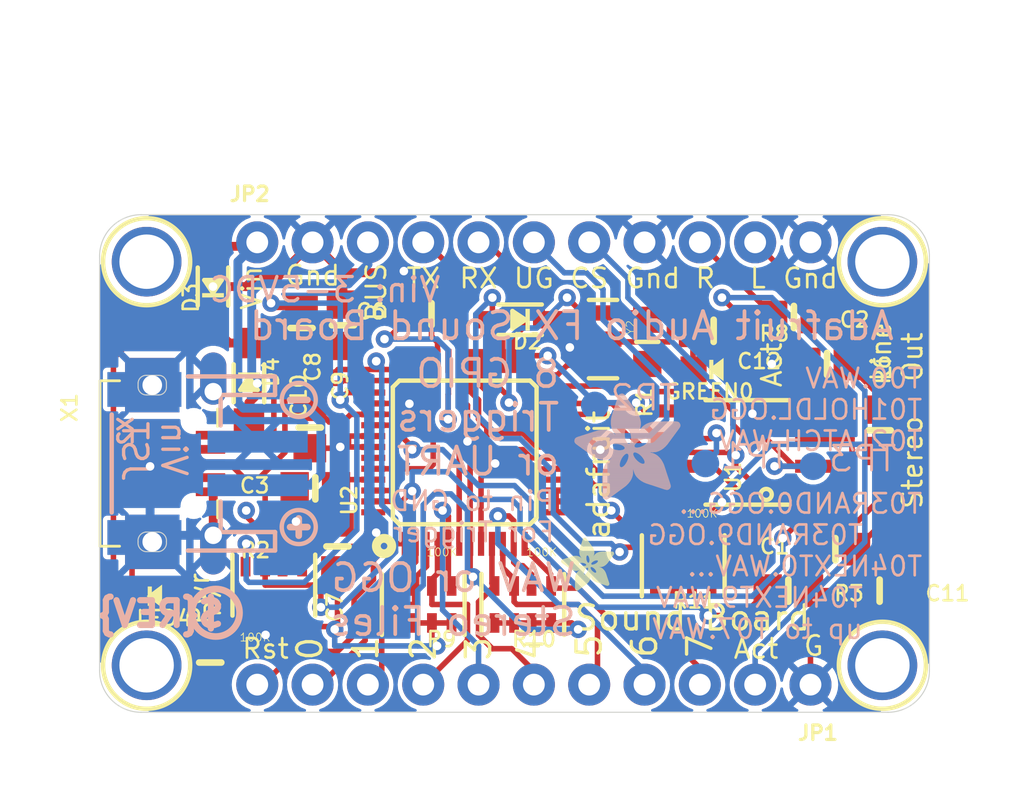
<source format=kicad_pcb>
(kicad_pcb (version 20221018) (generator pcbnew)
  (layers (0 "F.Cu" signal) (31 "B.Cu" signal) (34 "B.Paste" user) (35 "F.Paste" user) (36 "B.SilkS" user "B.Silkscreen") (37 "F.SilkS" user "F.Silkscreen") (38 "B.Mask" user) (39 "F.Mask" user) (44 "Edge.Cuts" user))
  (net 0 "")
  (net 1 "GND")
  (net 2 "D+")
  (net 3 "D-")
  (net 4 "SCK")
  (net 5 "CS")
  (net 6 "VHIGH")
  (net 7 "VIN")
  (net 8 "N$3")
  (net 9 "N$4")
  (net 10 "N$12")
  (net 11 "VDD")
  (net 12 "AVDD")
  (net 13 "LEFT")
  (net 14 "RIGHT")
  (net 15 "N$5")
  (net 16 "GPIO0_11")
  (net 17 "GPIO0_12")
  (net 18 "GPIO0_7")
  (net 19 "GPIO0_6")
  (net 20 "GPIO0_5")
  (net 21 "GPIO0_4")
  (net 22 "GPIO0_3")
  (net 23 "GPIO0_2")
  (net 24 "GPIO0_1")
  (net 25 "GPIO0_0")
  (net 26 "RX")
  (net 27 "TX")
  (net 28 "RX_5V")
  (net 29 "PWRBUTTON")
  (net 30 "RST")
  (net 31 "N$2")
  (net 32 "N$6")
  (net 33 "VBUS")
  (net 34 "L_AC")
  (net 35 "R_AC")
  (net 36 "N$1")
  (net 37 "N$8")
  (net 38 "MISO")
  (net 39 "MOSI")
  (footprint "working:_0805MP" (layer "F.Cu") (at 154.5971 99.4156 -90)
    (fp_text reference "R1")
    (fp_text value "1M")
  )
  (footprint "working:0805-NO" (layer "F.Cu") (at 134.5311 114.1476 90)
    (fp_text reference "R7")
    (fp_text value "470")
  )
  (footprint "working:SOD-123" (layer "F.Cu") (at 134.6581 96.8756 90)
    (fp_text reference "D3")
    (fp_text value "MBR120")
  )
  (footprint "working:SOIC8_208MIL" (layer "F.Cu") (at 159.1691 104.4956 90)
    (fp_text reference "U1")
    (fp_text value " MX25L1606")
  )
  (footprint "working:0805-NO" (layer "F.Cu") (at 165.2651 110.8456)
    (fp_text reference "C11")
    (fp_text value "4.7nF")
  )
  (footprint "working:0805-NO" (layer "F.Cu") (at 163.2331 108.9406 180)
    (fp_text reference "C1")
    (fp_text value "10uF")
  )
  (footprint "working:ADAFRUIT_2.5MM" (layer "F.Cu") (at 153.0731 110.8456 90)
    (fp_text reference "U$11" hide)
    (fp_text value "" hide)
  )
  (footprint "working:RESONATOR-SMD" (layer "F.Cu") (at 152.5651 99.2886 -90)
    (fp_text reference "Y2")
    (fp_text value "12MHz")
  )
  (footprint "working:1X11_ROUND_76" (layer "F.Cu") (at 149.3901 94.8436)
    (fp_text reference "JP2")
    (fp_text value "")
  )
  (footprint "working:0805-NO" (layer "F.Cu") (at 140.6271 98.6536 -90)
    (fp_text reference "C9")
    (fp_text value "10uF")
  )
  (footprint "working:MOUNTINGHOLE_2.5_PLATED" (layer "F.Cu") (at 131.6101 114.2746)
    (fp_text reference "U$6" hide)
    (fp_text value "MOUNTINGHOLE2.5" hide)
  )
  (footprint "working:LQFP48" (layer "F.Cu") (at 146.2151 104.4956 90)
    (fp_text reference "U2")
    (fp_text value "VS1000")
  )
  (footprint "working:0805-NO" (layer "F.Cu") (at 165.2651 103.4796 90)
    (fp_text reference "R6")
    (fp_text value "470")
  )
  (footprint "working:FIDUCIAL_1MM" (layer "F.Cu") (at 130.2131 98.5266)
    (fp_text reference "FID2" hide)
    (fp_text value "FIDUCIAL\"\"" hide)
  )
  (footprint "working:MOUNTINGHOLE_2.5_PLATED" (layer "F.Cu") (at 165.3921 95.7326)
    (fp_text reference "U$7" hide)
    (fp_text value "MOUNTINGHOLE2.5" hide)
  )
  (footprint "working:0805-NO" (layer "F.Cu") (at 161.3281 98.2726)
    (fp_text reference "C2")
    (fp_text value "10uF")
  )
  (footprint "working:RESPACK_4X0603" (layer "F.Cu") (at 144.3101 111.4806 180)
    (fp_text reference "R9")
    (fp_text value "100K")
  )
  (footprint "working:0805-NO" (layer "F.Cu") (at 139.1031 103.3526 90)
    (fp_text reference "C8")
    (fp_text value "10uF")
  )
  (footprint "working:MOUNTINGHOLE_2.5_PLATED" (layer "F.Cu") (at 131.6101 95.7326)
    (fp_text reference "U$5" hide)
    (fp_text value "MOUNTINGHOLE2.5" hide)
  )
  (footprint "working:0805-NO" (layer "F.Cu") (at 157.6451 98.9076)
    (fp_text reference "R8")
    (fp_text value "470")
  )
  (footprint "working:CHIPLED_0805_NOOUTLINE" (layer "F.Cu") (at 157.7721 100.6856 90)
    (fp_text reference "GREEN0")
    (fp_text value "RED")
  )
  (footprint "working:SOD-123" (layer "F.Cu") (at 136.3091 101.3206 -90)
    (fp_text reference "D4")
    (fp_text value "MBR120")
  )
  (footprint "working:SOD-323" (layer "F.Cu") (at 148.7551 98.3996 180)
    (fp_text reference "D2")
    (fp_text value "1N4148")
  )
  (footprint "working:0805-NO" (layer "F.Cu") (at 138.7221 98.7806 -90)
    (fp_text reference "C10")
    (fp_text value "1uF")
  )
  (footprint "working:0805-NO" (layer "F.Cu") (at 161.0741 110.8456)
    (fp_text reference "R3")
    (fp_text value "470")
  )
  (footprint "working:RESPACK_4X0603" (layer "F.Cu") (at 137.4521 110.5916)
    (fp_text reference "R2")
    (fp_text value "100K")
  )
  (footprint "working:RESPACK_4X0603" (layer "F.Cu") (at 148.8821 111.4806 180)
    (fp_text reference "R10")
    (fp_text value "100K")
  )
  (footprint "working:1X11_ROUND_76" (layer "F.Cu") (at 149.3901 115.1636 180)
    (fp_text reference "JP1")
    (fp_text value "")
  )
  (footprint "working:CHIPLED_0805_NOOUTLINE" (layer "F.Cu") (at 131.9911 111.0996 90)
    (fp_text reference "LED4")
    (fp_text value "Green")
  )
  (footprint "working:0805_10MGAP" (layer "F.Cu") (at 144.6911 98.1456 180)
    (fp_text reference "C6")
    (fp_text value "10uF")
  )
  (footprint "working:FIDUCIAL_1MM" (layer "F.Cu") (at 166.4081 108.6866)
    (fp_text reference "FID1" hide)
    (fp_text value "FIDUCIAL\"\"" hide)
  )
  (footprint "working:4UCONN_20329_V2" (layer "F.Cu") (at 133.7691 105.0036 -90)
    (fp_text reference "X1")
    (fp_text value "Micro B")
    (fp_line (start -4.05 2.15) (end -4.05 1.6) (stroke (width 0.05)) (layer "Edge.Cuts"))
    (fp_line (start -3.7 1.25) (end -3.5 1.25) (stroke (width 0.05)) (layer "Edge.Cuts"))
    (fp_line (start -3.5 2.55) (end -3.7 2.55) (stroke (width 0.05)) (layer "Edge.Cuts"))
    (fp_line (start -3.15 1.6) (end -3.15 2.15) (stroke (width 0.05)) (layer "Edge.Cuts"))
    (fp_line (start 3.15 2.2) (end 3.15 1.6) (stroke (width 0.05)) (layer "Edge.Cuts"))
    (fp_line (start 4.05 1.6) (end 4.05 2.2) (stroke (width 0.05)) (layer "Edge.Cuts"))
    (fp_arc (start -4.05 1.6) (mid -3.947487 1.352513) (end -3.7 1.25) (stroke (width 0.05)) (layer "Edge.Cuts"))
    (fp_arc (start -3.7 2.55) (mid -3.957843 2.422487) (end -4.05 2.15) (stroke (width 0.05)) (layer "Edge.Cuts"))
    (fp_arc (start -3.5 1.25) (mid -3.252513 1.352513) (end -3.15 1.6) (stroke (width 0.05)) (layer "Edge.Cuts"))
    (fp_arc (start -3.15 2.15) (mid -3.242157 2.422487) (end -3.5 2.55) (stroke (width 0.05)) (layer "Edge.Cuts"))
    (fp_arc (start 3.15 1.6) (mid 3.302513 1.331802) (end 3.6 1.25) (stroke (width 0.05)) (layer "Edge.Cuts"))
    (fp_arc (start 3.6 1.25) (mid 3.897487 1.331802) (end 4.05 1.6) (stroke (width 0.05)) (layer "Edge.Cuts"))
    (fp_arc (start 3.6 2.55) (mid 3.302513 2.468198) (end 3.15 2.2) (stroke (width 0.05)) (layer "Edge.Cuts"))
    (fp_arc (start 4.05 2.2) (mid 3.897487 2.468198) (end 3.6 2.55) (stroke (width 0.05)) (layer "Edge.Cuts"))
  )
  (footprint "working:RESPACK_4X0603" (layer "F.Cu") (at 156.2481 109.7026 180)
    (fp_text reference "R11")
    (fp_text value "100K")
  )
  (footprint "working:0805_10MGAP" (layer "F.Cu") (at 140.3731 108.8136 -90)
    (fp_text reference "C7")
    (fp_text value "10uF")
  )
  (footprint "working:MOUNTINGHOLE_2.5_PLATED" (layer "F.Cu") (at 165.3921 114.2746)
    (fp_text reference "U$8" hide)
    (fp_text value "MOUNTINGHOLE2.5" hide)
  )
  (footprint "working:0805-NO" (layer "F.Cu") (at 139.3571 106.1466 180)
    (fp_text reference "C3")
    (fp_text value "1uF")
  )
  (footprint "working:0805-NO" (layer "F.Cu") (at 162.8521 100.4316 180)
    (fp_text reference "C12")
    (fp_text value "4.7nF")
  )
  (footprint "working:B1,27" (layer "B.Cu") (at 157.2641 105.0036 180)
    (fp_text reference "TP1")
    (fp_text value "TPB1,27")
  )
  (footprint "working:B1,27" (layer "B.Cu") (at 152.1841 102.3366 180)
    (fp_text reference "TP2")
    (fp_text value "TPB1,27")
  )
  (footprint "working:JSTPH2" (layer "B.Cu") (at 133.0071 105.0036 -90)
    (fp_text reference "X2")
    (fp_text value "JST_PH_2")
  )
  (footprint "working:SYMBOL_PLUS" (layer "B.Cu") (at 138.5951 107.9246 180)
    (fp_text reference "U$12" hide)
    (fp_text value "" hide)
  )
  (footprint "working:ADAFRUIT_5MM" (layer "B.Cu") (at 156.1211 106.6546 180)
    (fp_text reference "U$14" hide)
    (fp_text value "" hide)
  )
  (footprint "working:PCBFEAT-REV-056" (layer "B.Cu") (at 134.7851 111.8616 180)
    (fp_text reference "U$15" hide)
    (fp_text value "" hide)
  )
  (footprint "working:SYMBOL_MINUS" (layer "B.Cu") (at 138.5951 102.0826 180)
    (fp_text reference "U$13" hide)
    (fp_text value "" hide)
  )
  (footprint "working:B1,27" (layer "B.Cu") (at 162.2171 105.1306 180)
    (fp_text reference "TP3")
    (fp_text value "TPB1,27")
  )
  (gr_arc (start 167.5511 114.5286) (mid 166.993138 115.875638) (end 165.6461 116.4336) (stroke (width 0.05)) (layer "Edge.Cuts"))
  (gr_arc (start 131.3561 116.4336) (mid 130.009062 115.875638) (end 129.4511 114.5286) (stroke (width 0.05)) (layer "Edge.Cuts"))
  (gr_line (start 165.6461 93.5736) (end 131.3561 93.5736) (stroke (width 0.05)) (layer "Edge.Cuts"))
  (gr_line (start 131.3561 116.4336) (end 165.6461 116.4336) (stroke (width 0.05)) (layer "Edge.Cuts"))
  (gr_arc (start 165.6461 93.5736) (mid 166.993138 94.131562) (end 167.5511 95.4786) (stroke (width 0.05)) (layer "Edge.Cuts"))
  (gr_line (start 167.5511 114.5286) (end 167.5511 95.4786) (stroke (width 0.05)) (layer "Edge.Cuts"))
  (gr_arc (start 129.4511 95.4786) (mid 130.009062 94.131562) (end 131.3561 93.5736) (stroke (width 0.05)) (layer "Edge.Cuts"))
  (gr_line (start 129.4511 95.4786) (end 129.4511 114.5286) (stroke (width 0.05)) (layer "Edge.Cuts"))
  (gr_text "Vin\nJST" (at 133.5151 102.9716 -90) (layer "B.SilkS") (effects (font (size 1.1176 1.1176) (thickness 0.1524)) (justify right top mirror)))
  (gr_text "Adafruit Audio FX Sound Board" (at 166.0271 99.4156) (layer "B.SilkS") (effects (font (size 1.251712 1.251712) (thickness 0.170688)) (justify left bottom mirror)))
  (gr_text "WAV or OGG\nStereo Files" (at 151.4221 113.0046) (layer "B.SilkS") (effects (font (size 1.251712 1.251712) (thickness 0.170688)) (justify left bottom mirror)))
  (gr_text "8 GPIO\nTriggers\nor UART" (at 150.6601 105.6386) (layer "B.SilkS") (effects (font (size 1.251712 1.251712) (thickness 0.170688)) (justify left bottom mirror)))
  (gr_text "T00.WAV\nT01HOLDL.OGG\nT02LATCH.WAV\n\nT03RAND0.OGG...\n    T03RAND9.OGG\nT04NEXT0.WAV...\n    T04NEXT9.WAV\n    up to T07.WAV" (at 167.2971 113.1316) (layer "B.SilkS") (effects (font (size 0.89408 0.89408) (thickness 0.12192)) (justify left bottom mirror)))
  (gr_text "Vin: 3-5VDC" (at 134.4041 96.3676) (layer "B.SilkS") (effects (font (size 1.1176 1.1176) (thickness 0.1524)) (justify right top mirror)))
  (gr_text "Pin to GND\nFor Trigger" (at 150.4061 108.6866) (layer "B.SilkS") (effects (font (size 0.89408 0.89408) (thickness 0.12192)) (justify left bottom mirror)))
  (gr_text "6" (at 154.4701 114.0206 90) (layer "F.SilkS") (effects (font (size 1.1176 1.1176) (thickness 0.1524)) (justify left)))
  (gr_text "Stereo" (at 167.2971 107.1626 90) (layer "F.SilkS") (effects (font (size 0.89408 0.89408) (thickness 0.12192)) (justify left bottom)))
  (gr_text "Gnd" (at 139.2301 96.3676) (layer "F.SilkS") (effects (font (size 0.89408 0.89408) (thickness 0.12192))))
  (gr_text "G" (at 161.7091 113.3856) (layer "F.SilkS") (effects (font (size 0.89408 0.89408) (thickness 0.12192)) (justify left)))
  (gr_text "RX" (at 146.8501 96.4946) (layer "F.SilkS") (effects (font (size 0.89408 0.89408) (thickness 0.12192))))
  (gr_text "BUS" (at 142.1511 97.1296 90) (layer "F.SilkS") (effects (font (size 0.89408 0.89408) (thickness 0.12192))))
  (gr_text "TX" (at 144.3101 96.4946) (layer "F.SilkS") (effects (font (size 0.89408 0.89408) (thickness 0.12192))))
  (gr_text "Sound Board" (at 151.1681 112.7506) (layer "F.SilkS") (effects (font (size 1.1176 1.1176) (thickness 0.1524)) (justify left bottom)))
  (gr_text "Act" (at 160.3121 101.5746 90) (layer "F.SilkS") (effects (font (size 0.89408 0.89408) (thickness 0.12192)) (justify left)))
  (gr_text "4" (at 149.2631 113.5126 90) (layer "F.SilkS") (effects (font (size 1.1176 1.1176) (thickness 0.1524))))
  (gr_text "adafruit" (at 152.9461 108.5596 90) (layer "F.SilkS") (effects (font (size 1.00584 1.00584) (thickness 0.13716)) (justify left bottom)))
  (gr_text "UG" (at 149.3901 96.4946) (layer "F.SilkS") (effects (font (size 0.89408 0.89408) (thickness 0.12192))))
  (gr_text "1" (at 141.0081 112.8776 90) (layer "F.SilkS") (effects (font (size 1.1176 1.1176) (thickness 0.1524)) (justify right top)))
  (gr_text "CS" (at 151.9301 96.4946) (layer "F.SilkS") (effects (font (size 0.89408 0.89408) (thickness 0.12192))))
  (gr_text "0" (at 139.1031 112.8776 90) (layer "F.SilkS") (effects (font (size 1.1176 1.1176) (thickness 0.1524)) (justify right)))
  (gr_text "7" (at 157.0101 114.0206 90) (layer "F.SilkS") (effects (font (size 1.1176 1.1176) (thickness 0.1524)) (justify left)))
  (gr_text "L" (at 159.6771 96.4946) (layer "F.SilkS") (effects (font (size 0.89408 0.89408) (thickness 0.12192))))
  (gr_text "3" (at 146.8501 113.5126 90) (layer "F.SilkS") (effects (font (size 1.1176 1.1176) (thickness 0.1524))))
  (gr_text "Gnd" (at 162.0901 96.4946) (layer "F.SilkS") (effects (font (size 0.89408 0.89408) (thickness 0.12192))))
  (gr_text "Vin" (at 136.4361 95.8596 90) (layer "F.SilkS") (effects (font (size 0.89408 0.89408) (thickness 0.12192)) (justify right)))
  (gr_text "Pwr" (at 134.0231 112.4966 90) (layer "F.SilkS") (effects (font (size 0.89408 0.89408) (thickness 0.12192)) (justify left)))
  (gr_text "Line\nOut" (at 167.2971 101.3206 90) (layer "F.SilkS") (effects (font (size 0.89408 0.89408) (thickness 0.12192)) (justify left bottom)))
  (gr_text "5" (at 151.9301 114.0206 90) (layer "F.SilkS") (effects (font (size 1.1176 1.1176) (thickness 0.1524)) (justify left)))
  (gr_text "Rst" (at 138.2141 113.5126) (layer "F.SilkS") (effects (font (size 0.89408 0.89408) (thickness 0.12192)) (justify right)))
  (gr_text "Act" (at 160.6931 113.5126) (layer "F.SilkS") (effects (font (size 0.89408 0.89408) (thickness 0.12192)) (justify right)))
  (gr_text "R" (at 157.2641 96.4946) (layer "F.SilkS") (effects (font (size 0.89408 0.89408) (thickness 0.12192))))
  (gr_text "2" (at 144.3101 113.5126 90) (layer "F.SilkS") (effects (font (size 1.1176 1.1176) (thickness 0.1524))))
  (gr_text "Gnd" (at 154.8511 96.4946) (layer "F.SilkS") (effects (font (size 0.89408 0.89408) (thickness 0.12192))))
  (segment (start 131.7691 105.136847) (end 131.7691 105.7536) (width 0.4064) (layer "F.Cu") (net 1))
  (segment (start 145.8341 97.5106) (end 145.7411 97.6036) (width 0.254) (layer "F.Cu") (net 1))
  (segment (start 140.8851 104.2456) (end 140.8811 104.2416) (width 0.254) (layer "F.Cu") (net 1))
  (segment (start 134.6691 106.4286) (end 134.6691 108.3036) (width 0.4064) (layer "F.Cu") (net 1))
  (segment (start 139.2301 94.8436) (end 137.5791 96.4946) (width 0.4064) (layer "F.Cu") (net 1))
  (segment (start 146.3421 103.9876) (end 145.9611 104.3686) (width 0.254) (layer "F.Cu") (net 1))
  (segment (start 137.5791 96.4946) (end 136.5631 96.4946) (width 0.4064) (layer "F.Cu") (net 1))
  (segment (start 159.5501 102.5906) (end 159.4231 102.7176) (width 0.4064) (layer "F.Cu") (net 1))
  (segment (start 142.0151 103.7456) (end 140.8811 103.7456) (width 0.254) (layer "F.Cu") (net 1))
  (segment (start 155.6131 99.4156) (end 155.6131 95.9866) (width 0.254) (layer "F.Cu") (net 1))
  (segment (start 130.9411 109.5316) (end 130.9411 111.0996) (width 0.254) (layer "F.Cu") (net 1))
  (segment (start 140.5001 104.2416) (end 140.4391 104.3026) (width 0.254) (layer "F.Cu") (net 1))
  (segment (start 151.1681 99.6696) (end 151.5491 99.2886) (width 0.254) (layer "F.Cu") (net 1))
  (segment (start 140.4391 104.3026) (end 139.1031 104.3026) (width 0.254) (layer "F.Cu") (net 1))
  (segment (start 140.8811 104.2416) (end 140.8811 103.7456) (width 0.254) (layer "F.Cu") (net 1))
  (segment (start 145.9611 108.6916) (end 145.9651 108.6956) (width 0.254) (layer "F.Cu") (net 1))
  (segment (start 142.0151 107.2456) (end 142.0151 108.0426) (width 0.254) (layer "F.Cu") (net 1))
  (segment (start 151.1681 99.6696) (end 151.0411 99.6696) (width 0.254) (layer "F.Cu") (net 1))
  (segment (start 163.3601 112.1156) (end 162.0901 113.3856) (width 0.254) (layer "F.Cu") (net 1))
  (segment (start 142.0151 104.2456) (end 140.8851 104.2456) (width 0.254) (layer "F.Cu") (net 1))
  (segment (start 140.2801 107.6706) (end 138.4681 107.6706) (width 0.4064) (layer "F.Cu") (net 1))
  (segment (start 166.2151 110.8456) (end 166.2151 111.1656) (width 0.254) (layer "F.Cu") (net 1))
  (segment (start 152.5651 99.2886) (end 151.5491 99.2886) (width 0.254) (layer "F.Cu") (net 1))
  (segment (start 134.5441 106.3036) (end 134.6691 106.4286) (width 0.4064) (layer "F.Cu") (net 1))
  (segment (start 142.0151 102.2456) (end 143.6603 102.2456) (width 0.254) (layer "F.Cu") (net 1))
  (segment (start 146.9651 105.6506) (end 147.6121 105.0036) (width 0.254) (layer "F.Cu") (net 1))
  (segment (start 145.9651 101.9516) (end 146.3421 102.3286) (width 0.254) (layer "F.Cu") (net 1))
  (segment (start 143.6603 102.2456) (end 143.6751 102.2604) (width 0.254) (layer "F.Cu") (net 1))
  (segment (start 162.4841 102.5906) (end 159.6771 102.5906) (width 0.4064) (layer "F.Cu") (net 1))
  (segment (start 146.9651 108.6956) (end 146.9651 105.6506) (width 0.254) (layer "F.Cu") (net 1))
  (segment (start 138.4681 106.2076) (end 138.4681 107.6706) (width 0.4064) (layer "F.Cu") (net 1))
  (segment (start 139.2301 94.8436) (end 140.6271 96.2406) (width 0.4064) (layer "F.Cu") (net 1))
  (segment (start 149.2591 104.7456) (end 148.8821 104.3686) (width 0.254) (layer "F.Cu") (net 1))
  (segment (start 162.0901 113.3856) (end 162.0901 115.1636) (width 0.254) (layer "F.Cu") (net 1))
  (segment (start 166.2151 111.1656) (end 165.2651 112.1156) (width 0.254) (layer "F.Cu") (net 1))
  (segment (start 150.4151 104.7456) (end 149.2591 104.7456) (width 0.254) (layer "F.Cu") (net 1))
  (segment (start 146.3421 102.3286) (end 146.3421 103.9876) (width 0.254) (layer "F.Cu") (net 1))
  (segment (start 138.4071 106.1466) (end 138.4681 106.2076) (width 0.4064) (layer "F.Cu") (net 1))
  (segment (start 145.7411 97.6036) (end 145.7411 98.1456) (width 0.254) (layer "F.Cu") (net 1))
  (segment (start 145.9651 100.2956) (end 145.9651 101.9516) (width 0.254) (layer "F.Cu") (net 1))
  (segment (start 142.0151 108.0426) (end 142.1511 108.1786) (width 0.254) (layer "F.Cu") (net 1))
  (segment (start 140.6271 96.2406) (end 140.6271 97.7036) (width 0.4064) (layer "F.Cu") (net 1))
  (segment (start 148.8821 104.3686) (end 148.2471 104.3686) (width 0.254) (layer "F.Cu") (net 1))
  (segment (start 140.6271 96.2406) (end 144.5641 96.2406) (width 0.4064) (layer "F.Cu") (net 1))
  (segment (start 145.9651 100.2956) (end 145.9651 98.2426) (width 0.254) (layer "F.Cu") (net 1))
  (segment (start 140.3731 107.7636) (end 140.2801 107.6706) (width 0.4064) (layer "F.Cu") (net 1))
  (segment (start 136.1521 111.4416) (end 136.1521 111.9586) (width 0.254) (layer "F.Cu") (net 1))
  (segment (start 131.7691 104.2536) (end 131.7691 105.136847) (width 0.4064) (layer "F.Cu") (net 1))
  (segment (start 165.2651 112.1156) (end 163.3601 112.1156) (width 0.254) (layer "F.Cu") (net 1))
  (segment (start 145.9611 104.3686) (end 145.9611 108.6916) (width 0.254) (layer "F.Cu") (net 1))
  (segment (start 140.5001 104.2416) (end 140.8811 104.2416) (width 0.254) (layer "F.Cu") (net 1))
  (segment (start 136.1821 96.8756) (end 134.6581 96.8756) (width 0.4064) (layer "F.Cu") (net 1))
  (segment (start 131.8691 108.6036) (end 130.9411 109.5316) (width 0.254) (layer "F.Cu") (net 1))
  (segment (start 155.6131 95.9866) (end 154.4701 94.8436) (width 0.254) (layer "F.Cu") (net 1))
  (segment (start 152.5651 99.2886) (end 152.6921 99.4156) (width 0.254) (layer "F.Cu") (net 1))
  (segment (start 144.5641 96.2406) (end 145.8341 97.5106) (width 0.4064) (layer "F.Cu") (net 1))
  (segment (start 159.6771 102.5906) (end 159.5501 102.5906) (width 0.254) (layer "F.Cu") (net 1))
  (segment (start 136.5631 96.4946) (end 136.1821 96.8756) (width 0.4064) (layer "F.Cu") (net 1))
  (segment (start 161.9021 100.4316) (end 160.3121 100.4316) (width 0.254) (layer "F.Cu") (net 1))
  (segment (start 148.2471 104.3686) (end 147.6121 105.0036) (width 0.254) (layer "F.Cu") (net 1))
  (segment (start 152.6921 99.4156) (end 155.6131 99.4156) (width 0.254) (layer "F.Cu") (net 1))
  (segment (start 136.1521 111.9586) (end 137.0711 112.8776) (width 0.254) (layer "F.Cu") (net 1))
  (via (at 159.4231 102.7176) (size 0.8001) (drill 0.3937) (layers "F.Cu" "B.Cu") (net 1))
  (via (at 138.4681 107.6706) (size 0.8001) (drill 0.3937) (layers "F.Cu" "B.Cu") (net 1))
  (via (at 146.3421 103.9876) (size 0.8001) (drill 0.3937) (layers "F.Cu" "B.Cu") (net 1))
  (via (at 151.0411 99.6696) (size 0.8001) (drill 0.3937) (layers "F.Cu" "B.Cu") (net 1))
  (via (at 137.0711 112.8776) (size 0.8001) (drill 0.3937) (layers "F.Cu" "B.Cu") (net 1))
  (via (at 131.7691 105.136847) (size 0.8001) (drill 0.3937) (layers "F.Cu" "B.Cu") (net 1))
  (via (at 140.5001 104.2416) (size 0.8001) (drill 0.3937) (layers "F.Cu" "B.Cu") (net 1))
  (via (at 142.1511 108.1786) (size 0.8001) (drill 0.3937) (layers "F.Cu" "B.Cu") (net 1))
  (via (at 143.6751 102.2604) (size 0.8001) (drill 0.3937) (layers "F.Cu" "B.Cu") (net 1))
  (via (at 143.4211 96.1644) (size 0.8001) (drill 0.3937) (layers "F.Cu" "B.Cu") (net 1))
  (via (at 160.3121 100.4316) (size 0.8001) (drill 0.3937) (layers "F.Cu" "B.Cu") (net 1))
  (via (at 147.6121 105.0036) (size 0.8001) (drill 0.3937) (layers "F.Cu" "B.Cu") (net 1))
  (via (at 134.6581 96.8756) (size 0.8064) (drill 0.4) (layers "F.Cu" "B.Cu") (net 1))
  (segment (start 132.3701 108.3036) (end 131.7691 107.7026) (width 0.4064) (layer "B.Cu") (net 1))
  (segment (start 134.6581 96.8756) (end 134.5311 97.0026) (width 0.4064) (layer "B.Cu") (net 1))
  (segment (start 143.8021 102.5906) (end 143.5481 102.5906) (width 0.254) (layer "B.Cu") (net 1))
  (segment (start 134.6691 108.3036) (end 132.3701 108.3036) (width 0.4064) (layer "B.Cu") (net 1))
  (segment (start 131.489346 105.136847) (end 131.3561 105.0036) (width 0.4064) (layer "B.Cu") (net 1))
  (segment (start 131.7691 107.7026) (end 131.7691 105.136847) (width 0.4064) (layer "B.Cu") (net 1))
  (segment (start 159.4231 102.7176) (end 159.4231 103.0986) (width 0.254) (layer "B.Cu") (net 1))
  (segment (start 131.7691 105.136847) (end 131.489346 105.136847) (width 0.4064) (layer "B.Cu") (net 1))
  (segment (start 134.5311 97.0026) (end 134.5311 96.7486) (width 0.4064) (layer "B.Cu") (net 1))
  (segment (start 160.3121 100.4316) (end 160.0581 100.1776) (width 0.254) (layer "B.Cu") (net 1))
  (segment (start 140.5001 101.3206) (end 140.6271 101.1936) (width 0.254) (layer "F.Cu") (net 2))
  (segment (start 137.0521 107.3976) (end 137.8521 108.1976) (width 0.254) (layer "F.Cu") (net 2))
  (segment (start 137.0521 105.8736) (end 137.0521 107.3976) (width 0.254) (layer "F.Cu") (net 2))
  (segment (start 137.9601 101.5746) (end 137.9601 104.4956) (width 0.254) (layer "F.Cu") (net 2))
  (segment (start 140.6271 101.1936) (end 142.9131 101.1936) (width 0.254) (layer "F.Cu") (net 2))
  (segment (start 136.0551 105.6386) (end 135.4201 105.0036) (width 0.254) (layer "F.Cu") (net 2))
  (segment (start 135.4201 105.0036) (end 134.5441 105.0036) (width 0.254) (layer "F.Cu") (net 2))
  (segment (start 143.1671 101.4476) (end 143.8021 101.4476) (width 0.254) (layer "F.Cu") (net 2))
  (segment (start 137.9601 104.4956) (end 136.8171 105.6386) (width 0.254) (layer "F.Cu") (net 2))
  (segment (start 136.8171 105.6386) (end 137.0521 105.8736) (width 0.254) (layer "F.Cu") (net 2))
  (segment (start 142.9131 101.1936) (end 143.1671 101.4476) (width 0.254) (layer "F.Cu") (net 2))
  (segment (start 138.2141 101.3206) (end 140.5001 101.3206) (width 0.254) (layer "F.Cu") (net 2))
  (segment (start 143.8021 101.4476) (end 143.9651 101.2846) (width 0.254) (layer "F.Cu") (net 2))
  (segment (start 137.8521 108.1976) (end 137.8521 109.7416) (width 0.254) (layer "F.Cu") (net 2))
  (segment (start 136.8171 105.6386) (end 136.0551 105.6386) (width 0.254) (layer "F.Cu") (net 2))
  (segment (start 137.9601 101.5746) (end 138.2141 101.3206) (width 0.254) (layer "F.Cu") (net 2))
  (segment (start 143.9651 100.2956) (end 143.9651 101.2846) (width 0.254) (layer "F.Cu") (net 2))
  (segment (start 137.0711 108.3056) (end 137.0711 109.7226) (width 0.254) (layer "F.Cu") (net 3))
  (segment (start 137.4521 103.9876) (end 137.0861 104.3536) (width 0.254) (layer "F.Cu") (net 3))
  (segment (start 136.1821 107.4166) (end 137.0711 108.3056) (width 0.254) (layer "F.Cu") (net 3))
  (segment (start 142.1511 100.3046) (end 142.1511 100.6856) (width 0.254) (layer "F.Cu") (net 3))
  (segment (start 143.3031 100.2956) (end 142.9131 100.6856) (width 0.254) (layer "F.Cu") (net 3))
  (segment (start 137.0521 110.5916) (end 139.2301 110.5916) (width 0.254) (layer "F.Cu") (net 3))
  (segment (start 142.2781 100.6856) (end 142.9131 100.6856) (width 0.254) (layer "F.Cu") (net 3))
  (segment (start 137.4521 101.3206) (end 137.9601 100.8126) (width 0.254) (layer "F.Cu") (net 3))
  (segment (start 137.4521 103.9876) (end 137.4521 101.3206) (width 0.254) (layer "F.Cu") (net 3))
  (segment (start 140.2721 100.8126) (end 140.3991 100.6856) (width 0.254) (layer "F.Cu") (net 3))
  (segment (start 136.1821 107.1626) (end 136.1821 107.4166) (width 0.254) (layer "F.Cu") (net 3))
  (segment (start 140.3991 100.6856) (end 142.1511 100.6856) (width 0.254) (layer "F.Cu") (net 3))
  (segment (start 142.1511 100.6856) (end 142.2781 100.6856) (width 0.254) (layer "F.Cu") (net 3))
  (segment (start 139.2301 110.5916) (end 139.6111 110.9726) (width 0.254) (layer "F.Cu") (net 3))
  (segment (start 139.6111 110.9726) (end 139.6111 111.6076) (width 0.254) (layer "F.Cu") (net 3))
  (segment (start 137.9601 100.8126) (end 140.2721 100.8126) (width 0.254) (layer "F.Cu") (net 3))
  (segment (start 134.5441 104.3536) (end 137.0861 104.3536) (width 0.254) (layer "F.Cu") (net 3))
  (segment (start 137.0521 109.7416) (end 137.0521 110.5916) (width 0.254) (layer "F.Cu") (net 3))
  (segment (start 143.4651 100.2956) (end 143.3031 100.2956) (width 0.254) (layer "F.Cu") (net 3))
  (segment (start 137.0711 109.7226) (end 137.0521 109.7416) (width 0.254) (layer "F.Cu") (net 3))
  (via (at 136.1821 107.1626) (size 0.8001) (drill 0.3937) (layers "F.Cu" "B.Cu") (net 3))
  (via (at 142.1511 100.3046) (size 0.8064) (drill 0.4) (layers "F.Cu" "B.Cu") (net 3))
  (via (at 139.6111 111.6076) (size 0.8064) (drill 0.4) (layers "F.Cu" "B.Cu") (net 3))
  (segment (start 142.4051 100.5586) (end 142.1511 100.3046) (width 0.254) (layer "B.Cu") (net 3))
  (segment (start 140.5001 111.6076) (end 143.0401 109.0676) (width 0.254) (layer "B.Cu") (net 3))
  (segment (start 143.0401 107.5436) (end 142.4051 106.9086) (width 0.254) (layer "B.Cu") (net 3))
  (segment (start 139.6111 111.6076) (end 140.5001 111.6076) (width 0.254) (layer "B.Cu") (net 3))
  (segment (start 142.4051 106.9086) (end 142.4051 100.5586) (width 0.254) (layer "B.Cu") (net 3))
  (segment (start 143.0401 109.0676) (end 143.0401 107.5436) (width 0.254) (layer "B.Cu") (net 3))
  (segment (start 157.5181 103.8606) (end 155.8541 103.8606) (width 0.254) (layer "F.Cu") (net 4))
  (segment (start 154.4701 103.2256) (end 155.1051 103.8606) (width 0.254) (layer "F.Cu") (net 4))
  (segment (start 153.9621 103.2256) (end 154.4701 103.2256) (width 0.254) (layer "F.Cu") (net 4))
  (segment (start 152.9821 102.2456) (end 153.9621 103.2256) (width 0.254) (layer "F.Cu") (net 4))
  (segment (start 155.1051 103.8606) (end 155.8541 103.8606) (width 0.254) (layer "F.Cu") (net 4))
  (segment (start 150.4151 102.2456) (end 152.9821 102.2456) (width 0.254) (layer "F.Cu") (net 4))
  (segment (start 157.7721 103.6066) (end 157.5181 103.8606) (width 0.254) (layer "F.Cu") (net 4))
  (via (at 157.7721 103.6066) (size 0.8001) (drill 0.3937) (layers "F.Cu" "B.Cu") (net 4))
  (segment (start 157.2641 105.0036) (end 157.7721 104.4956) (width 0.254) (layer "B.Cu") (net 4))
  (segment (start 157.7721 104.4956) (end 157.7721 103.6066) (width 0.254) (layer "B.Cu") (net 4))
  (segment (start 158.1141 108.8526) (end 159.9311 107.0356) (width 0.254) (layer "F.Cu") (net 5))
  (segment (start 153.8351 103.7336) (end 154.5971 104.4956) (width 0.254) (layer "F.Cu") (net 5))
  (segment (start 157.5481 108.8526) (end 158.1141 108.8526) (width 0.254) (layer "F.Cu") (net 5))
  (segment (start 159.9311 107.0356) (end 159.9311 106.1466) (width 0.254) (layer "F.Cu") (net 5))
  (segment (start 150.4151 102.7456) (end 152.7201 102.7456) (width 0.254) (layer "F.Cu") (net 5))
  (segment (start 159.8041 106.0196) (end 159.5501 106.0196) (width 0.254) (layer "F.Cu") (net 5))
  (segment (start 161.4551 106.4006) (end 161.0741 106.0196) (width 0.254) (layer "F.Cu") (net 5))
  (segment (start 159.5501 106.0196) (end 158.6611 105.1306) (width 0.254) (layer "F.Cu") (net 5))
  (segment (start 153.7081 103.7336) (end 153.8351 103.7336) (width 0.254) (layer "F.Cu") (net 5))
  (segment (start 161.4551 106.4006) (end 162.4841 106.4006) (width 0.254) (layer "F.Cu") (net 5))
  (segment (start 161.0741 106.0196) (end 159.8041 106.0196) (width 0.254) (layer "F.Cu") (net 5))
  (segment (start 162.6111 106.4006) (end 162.4841 106.4006) (width 0.254) (layer "F.Cu") (net 5))
  (segment (start 154.5971 104.4956) (end 158.6611 104.4956) (width 0.254) (layer "F.Cu") (net 5))
  (segment (start 152.7201 102.7456) (end 153.7081 103.7336) (width 0.254) (layer "F.Cu") (net 5))
  (segment (start 158.6611 104.6226) (end 158.6611 104.4956) (width 0.254) (layer "F.Cu") (net 5))
  (segment (start 158.6611 105.1306) (end 158.6611 104.6226) (width 0.254) (layer "F.Cu") (net 5))
  (segment (start 159.9311 106.1466) (end 159.8041 106.0196) (width 0.254) (layer "F.Cu") (net 5))
  (via (at 158.6611 104.6226) (size 0.8001) (drill 0.3937) (layers "F.Cu" "B.Cu") (net 5))
  (segment (start 153.7081 96.4946) (end 152.0571 94.8436) (width 0.254) (layer "B.Cu") (net 5))
  (segment (start 153.7081 97.3836) (end 153.7081 96.4946) (width 0.254) (layer "B.Cu") (net 5))
  (segment (start 152.0571 94.8436) (end 151.9301 94.8436) (width 0.254) (layer "B.Cu") (net 5))
  (segment (start 158.5341 102.2096) (end 153.7081 97.3836) (width 0.254) (layer "B.Cu") (net 5))
  (segment (start 158.5341 104.4956) (end 158.5341 102.2096) (width 0.254) (layer "B.Cu") (net 5))
  (segment (start 158.5341 104.4956) (end 158.6611 104.6226) (width 0.254) (layer "B.Cu") (net 5))
  (segment (start 133.8411 99.5426) (end 130.7211 99.5426) (width 0.254) (layer "F.Cu") (net 6))
  (segment (start 140.8201 99.6036) (end 140.6271 99.6036) (width 0.4064) (layer "F.Cu") (net 6))
  (segment (start 144.6911 97.2566) (end 144.4371 97.0026) (width 0.254) (layer "F.Cu") (net 6))
  (segment (start 129.9591 111.9886) (end 130.0861 112.1156) (width 0.254) (layer "F.Cu") (net 6))
  (segment (start 140.8811 99.5426) (end 140.8811 99.6036) (width 0.254) (layer "F.Cu") (net 6))
  (segment (start 130.7211 99.5426) (end 130.0861 100.1776) (width 0.254) (layer "F.Cu") (net 6))
  (segment (start 130.0861 112.1156) (end 133.4491 112.1156) (width 0.254) (layer "F.Cu") (net 6))
  (segment (start 140.6881 99.5426) (end 140.6271 99.6036) (width 0.254) (layer "F.Cu") (net 6))
  (segment (start 135.4031 99.4706) (end 136.3091 99.4706) (width 0.4064) (layer "F.Cu") (net 6))
  (segment (start 140.5001 99.7306) (end 140.6271 99.6036) (width 0.4064) (layer "F.Cu") (net 6))
  (segment (start 142.6591 97.0026) (end 142.2781 97.3836) (width 0.254) (layer "F.Cu") (net 6))
  (segment (start 144.9651 99.4356) (end 144.6911 99.1616) (width 0.254) (layer "F.Cu") (net 6))
  (segment (start 138.7221 99.7306) (end 140.5001 99.7306) (width 0.4064) (layer "F.Cu") (net 6))
  (segment (start 134.6581 98.7256) (end 133.8411 99.5426) (width 0.254) (layer "F.Cu") (net 6))
  (segment (start 130.0861 100.1776) (end 130.0861 109.7026) (width 0.254) (layer "F.Cu") (net 6))
  (segment (start 134.6581 98.7256) (end 135.4031 99.4706) (width 0.4064) (layer "F.Cu") (net 6))
  (segment (start 140.8811 99.5426) (end 140.8201 99.6036) (width 0.4064) (layer "F.Cu") (net 6))
  (segment (start 130.0861 109.7026) (end 129.9591 109.8296) (width 0.254) (layer "F.Cu") (net 6))
  (segment (start 142.2781 97.3836) (end 142.2781 98.2726) (width 0.254) (layer "F.Cu") (net 6))
  (segment (start 136.3091 99.4706) (end 136.5691 99.7306) (width 0.4064) (layer "F.Cu") (net 6))
  (segment (start 144.6911 99.1616) (end 144.6911 97.2566) (width 0.254) (layer "F.Cu") (net 6))
  (segment (start 129.9591 109.8296) (end 129.9591 111.9886) (width 0.254) (layer "F.Cu") (net 6))
  (segment (start 140.9471 99.6036) (end 140.6271 99.6036) (width 0.4064) (layer "F.Cu") (net 6))
  (segment (start 133.4491 112.1156) (end 134.5311 113.1976) (width 0.254) (layer "F.Cu") (net 6))
  (segment (start 136.5691 99.7306) (end 138.7221 99.7306) (width 0.4064) (layer "F.Cu") (net 6))
  (segment (start 142.2781 98.2726) (end 140.9471 99.6036) (width 0.4064) (layer "F.Cu") (net 6))
  (segment (start 144.4371 97.0026) (end 142.6591 97.0026) (width 0.254) (layer "F.Cu") (net 6))
  (segment (start 144.9651 100.2956) (end 144.9651 99.4356) (width 0.254) (layer "F.Cu") (net 6))
  (segment (start 136.5081 95.0256) (end 136.6901 94.8436) (width 0.4064) (layer "F.Cu") (net 7))
  (segment (start 136.5081 95.0256) (end 134.6581 95.0256) (width 0.4064) (layer "F.Cu") (net 7))
  (segment (start 138.9761 102.4636) (end 136.0551 102.4636) (width 0.4064) (layer "B.Cu") (net 7))
  (segment (start 135.8011 95.7326) (end 136.6901 94.8436) (width 0.4064) (layer "B.Cu") (net 7))
  (segment (start 136.7071 106.0036) (end 139.1191 106.0036) (width 0.4064) (layer "B.Cu") (net 7))
  (segment (start 139.6111 103.0986) (end 138.9761 102.4636) (width 0.4064) (layer "B.Cu") (net 7))
  (segment (start 135.8011 102.2096) (end 135.8011 95.7326) (width 0.4064) (layer "B.Cu") (net 7))
  (segment (start 139.6111 105.5116) (end 139.6111 103.0986) (width 0.4064) (layer "B.Cu") (net 7))
  (segment (start 139.1191 106.0036) (end 139.6111 105.5116) (width 0.4064) (layer "B.Cu") (net 7))
  (segment (start 136.0551 102.4636) (end 135.8011 102.2096) (width 0.4064) (layer "B.Cu") (net 7))
  (segment (start 142.0151 105.7456) (end 140.7081 105.7456) (width 0.254) (layer "F.Cu") (net 8))
  (segment (start 140.7081 105.7456) (end 140.3071 106.1466) (width 0.254) (layer "F.Cu") (net 8))
  (segment (start 146.9771 101.4476) (end 146.9771 100.3076) (width 0.254) (layer "F.Cu") (net 9))
  (segment (start 148.7551 103.0986) (end 149.1361 102.7176) (width 0.254) (layer "F.Cu") (net 9))
  (segment (start 152.6221 100.4316) (end 154.5971 100.4316) (width 0.254) (layer "F.Cu") (net 9))
  (segment (start 150.9181 100.4886) (end 152.5651 100.4886) (width 0.254) (layer "F.Cu") (net 9))
  (segment (start 152.5651 100.4886) (end 152.6221 100.4316) (width 0.254) (layer "F.Cu") (net 9))
  (segment (start 149.1361 101.7016) (end 149.8981 100.9396) (width 0.254) (layer "F.Cu") (net 9))
  (segment (start 150.4671 100.9396) (end 150.9181 100.4886) (width 0.254) (layer "F.Cu") (net 9))
  (segment (start 146.9771 100.3076) (end 146.9651 100.2956) (width 0.254) (layer "F.Cu") (net 9))
  (segment (start 149.1361 102.7176) (end 149.1361 101.7016) (width 0.254) (layer "F.Cu") (net 9))
  (segment (start 147.8661 103.0986) (end 148.7551 103.0986) (width 0.254) (layer "F.Cu") (net 9))
  (segment (start 147.3581 101.8286) (end 146.9771 101.4476) (width 0.254) (layer "F.Cu") (net 9))
  (segment (start 147.3581 102.5906) (end 147.8661 103.0986) (width 0.254) (layer "F.Cu") (net 9))
  (segment (start 147.3581 101.8286) (end 147.3581 102.5906) (width 0.254) (layer "F.Cu") (net 9))
  (segment (start 149.8981 100.9396) (end 150.4671 100.9396) (width 0.254) (layer "F.Cu") (net 9))
  (segment (start 154.5971 98.3996) (end 154.2861 98.0886) (width 0.254) (layer "F.Cu") (net 10))
  (segment (start 151.6191 98.0886) (end 150.9141 97.3836) (width 0.254) (layer "F.Cu") (net 10))
  (segment (start 148.2471 101.9556) (end 148.2471 102.2096) (width 0.254) (layer "F.Cu") (net 10))
  (segment (start 154.2861 98.0886) (end 152.5651 98.0886) (width 0.254) (layer "F.Cu") (net 10))
  (segment (start 147.4651 101.1736) (end 148.2471 101.9556) (width 0.254) (layer "F.Cu") (net 10))
  (segment (start 152.5651 98.0886) (end 151.6191 98.0886) (width 0.254) (layer "F.Cu") (net 10))
  (segment (start 147.4651 100.2956) (end 147.4651 101.1736) (width 0.254) (layer "F.Cu") (net 10))
  (via (at 148.2471 102.2096) (size 0.8001) (drill 0.3937) (layers "F.Cu" "B.Cu") (net 10))
  (via (at 150.9141 97.3836) (size 0.8001) (drill 0.3937) (layers "F.Cu" "B.Cu") (net 10))
  (segment (start 148.2471 99.2886) (end 148.7551 98.7806) (width 0.254) (layer "B.Cu") (net 10))
  (segment (start 148.2471 102.2096) (end 148.2471 99.2886) (width 0.254) (layer "B.Cu") (net 10))
  (segment (start 148.7551 98.7806) (end 149.5171 98.7806) (width 0.254) (layer "B.Cu") (net 10))
  (segment (start 149.5171 98.7806) (end 150.9141 97.3836) (width 0.254) (layer "B.Cu") (net 10))
  (segment (start 146.4651 105.0076) (end 146.4651 108.1786) (width 0.254) (layer "F.Cu") (net 11))
  (segment (start 156.6481 108.1596) (end 157.0101 107.7976) (width 0.254) (layer "F.Cu") (net 11))
  (segment (start 146.4651 100.2956) (end 146.4651 101.6976) (width 0.254) (layer "F.Cu") (net 11))
  (segment (start 150.1821 112.3306) (end 151.1291 112.3306) (width 0.254) (layer "F.Cu") (net 11))
  (segment (start 163.9951 101.8286) (end 163.9951 103.8606) (width 0.254) (layer "F.Cu") (net 11))
  (segment (start 162.4841 103.8606) (end 163.9951 103.8606) (width 0.254) (layer "F.Cu") (net 11))
  (segment (start 144.7101 112.3306) (end 145.6101 112.3306) (width 0.254) (layer "F.Cu") (net 11))
  (segment (start 137.8521 111.4416) (end 138.7521 111.4416) (width 0.254) (layer "F.Cu") (net 11))
  (segment (start 149.5171 104.2416) (end 149.0726 103.7971) (width 0.254) (layer "F.Cu") (net 11))
  (segment (start 147.2311 103.3526) (end 147.2311 103.4796) (width 0.254) (layer "F.Cu") (net 11))
  (segment (start 152.3111 105.3846) (end 153.2611 105.3846) (width 0.254) (layer "F.Cu") (net 11))
  (segment (start 163.8681 107.1626) (end 163.9951 107.0356) (width 0.254) (layer "F.Cu") (net 11))
  (segment (start 150.4151 106.7456) (end 150.4151 106.2456) (width 0.254) (layer "F.Cu") (net 11))
  (segment (start 151.4261 104.2456) (end 150.4151 104.2456) (width 0.254) (layer "F.Cu") (net 11))
  (segment (start 148.8821 103.6066) (end 147.3581 103.6066) (width 0.254) (layer "F.Cu") (net 11))
  (segment (start 150.4151 105.2456) (end 151.4101 105.2456) (width 0.254) (layer "F.Cu") (net 11))
  (segment (start 153.2611 105.3846) (end 154.2771 106.4006) (width 0.254) (layer "F.Cu") (net 11))
  (segment (start 155.9811 106.4006) (end 155.8541 106.4006) (width 0.254) (layer "F.Cu") (net 11))
  (segment (start 158.8221 100.6856) (end 159.8381 101.7016) (width 0.254) (layer "F.Cu") (net 11))
  (segment (start 137.0521 111.4416) (end 137.8521 111.4416) (width 0.254) (layer "F.Cu") (net 11))
  (segment (start 149.0726 103.7971) (end 148.8821 103.6066) (width 0.254) (layer "F.Cu") (net 11))
  (segment (start 143.0101 112.3306) (end 143.9101 112.3306) (width 0.254) (layer "F.Cu") (net 11))
  (segment (start 138.7521 112.1456) (end 139.1031 112.4966) (width 0.254) (layer "F.Cu") (net 11))
  (segment (start 146.4651 105.0076) (end 147.2311 104.2416) (width 0.254) (layer "F.Cu") (net 11))
  (segment (start 144.7101 113.1506) (end 144.9451 113.3856) (width 0.254) (layer "F.Cu") (net 11))
  (segment (start 146.4651 101.6976) (end 146.8501 102.0826) (width 0.254) (layer "F.Cu") (net 11))
  (segment (start 163.9951 103.8606) (end 163.9951 107.0356) (width 0.254) (layer "F.Cu") (net 11))
  (segment (start 154.9481 110.5526) (end 155.8481 110.5526) (width 0.254) (layer "F.Cu") (net 11))
  (segment (start 147.3581 103.6066) (end 147.2311 103.4796) (width 0.254) (layer "F.Cu") (net 11))
  (segment (start 138.7521 111.4416) (end 138.7521 112.1456) (width 0.254) (layer "F.Cu") (net 11))
  (segment (start 159.8381 101.7016) (end 163.8681 101.7016) (width 0.254) (layer "F.Cu") (net 11))
  (segment (start 150.4151 105.2576) (end 150.4151 105.2456) (width 0.254) (layer "F.Cu") (net 11))
  (segment (start 150.4151 103.2456) (end 149.6241 103.2456) (width 0.254) (layer "F.Cu") (net 11))
  (segment (start 146.8501 102.9716) (end 147.2311 103.3526) (width 0.254) (layer "F.Cu") (net 11))
  (segment (start 146.8501 102.0826) (end 146.8501 102.9716) (width 0.254) (layer "F.Cu") (net 11))
  (segment (start 143.9101 112.3306) (end 144.7101 112.3306) (width 0.254) (layer "F.Cu") (net 11))
  (segment (start 155.8541 105.1306) (end 157.6451 105.1306) (width 0.254) (layer "F.Cu") (net 11))
  (segment (start 151.6761 104.4956) (end 151.6761 104.7496) (width 0.254) (layer "F.Cu") (net 11))
  (segment (start 150.4111 104.2416) (end 150.4151 104.2456) (width 0.254) (layer "F.Cu") (net 11))
  (segment (start 157.5481 110.5526) (end 160.9381 107.1626) (width 0.254) (layer "F.Cu") (net 11))
  (segment (start 160.9381 107.1626) (end 163.8681 107.1626) (width 0.254) (layer "F.Cu") (net 11))
  (segment (start 147.5821 112.3306) (end 148.4821 112.3306) (width 0.254) (layer "F.Cu") (net 11))
  (segment (start 156.6481 110.5526) (end 156.6481 108.8526) (width 0.254) (layer "F.Cu") (net 11))
  (segment (start 149.2631 105.2576) (end 150.4151 105.2576) (width 0.254) (layer "F.Cu") (net 11))
  (segment (start 151.8031 104.8766) (end 152.3111 105.3846) (width 0.254) (layer "F.Cu") (net 11))
  (segment (start 163.8681 101.7016) (end 163.9951 101.8286) (width 0.254) (layer "F.Cu") (net 11))
  (segment (start 154.2771 106.4006) (end 155.8541 106.4006) (width 0.254) (layer "F.Cu") (net 11))
  (segment (start 149.6241 103.2456) (end 149.0726 103.7971) (width 0.254) (layer "F.Cu") (net 11))
  (segment (start 144.7101 112.3306) (end 144.7101 113.1506) (width 0.254) (layer "F.Cu") (net 11))
  (segment (start 146.4691 108.1826) (end 146.4651 108.1786) (width 0.254) (layer "F.Cu") (net 11))
  (segment (start 139.1031 112.4966) (end 140.1191 112.4966) (width 0.254) (layer "F.Cu") (net 11))
  (segment (start 158.2801 107.7976) (end 158.7881 107.2896) (width 0.254) (layer "F.Cu") (net 11))
  (segment (start 149.2631 106.2456) (end 149.2631 105.2576) (width 0.254) (layer "F.Cu") (net 11))
  (segment (start 158.7881 107.2896) (end 158.7881 106.2736) (width 0.254) (layer "F.Cu") (net 11))
  (segment (start 151.4261 104.2456) (end 151.6761 104.4956) (width 0.254) (layer "F.Cu") (net 11))
  (segment (start 156.6481 110.5526) (end 157.5481 110.5526) (width 0.254) (layer "F.Cu") (net 11))
  (segment (start 155.8541 106.4006) (end 155.8541 105.1306) (width 0.254) (layer "F.Cu") (net 11))
  (segment (start 155.8481 110.5526) (end 156.6481 110.5526) (width 0.254) (layer "F.Cu") (net 11))
  (segment (start 149.2821 112.3306) (end 150.1821 112.3306) (width 0.254) (layer "F.Cu") (net 11))
  (segment (start 146.4691 108.3096) (end 146.4691 108.1826) (width 0.254) (layer "F.Cu") (net 11))
  (segment (start 156.6481 108.8526) (end 156.6481 108.1596) (width 0.254) (layer "F.Cu") (net 11))
  (segment (start 140.2461 112.6236) (end 140.3731 112.4966) (width 0.254) (layer "F.Cu") (net 11))
  (segment (start 146.4651 110.0796) (end 146.5961 110.2106) (width 0.254) (layer "F.Cu") (net 11))
  (segment (start 146.4691 108.3096) (end 146.4651 108.3056) (width 0.254) (layer "F.Cu") (net 11))
  (segment (start 151.4101 105.2456) (end 151.4221 105.2576) (width 0.254) (layer "F.Cu") (net 11))
  (segment (start 148.4821 112.3306) (end 149.2821 112.3306) (width 0.254) (layer "F.Cu") (net 11))
  (segment (start 146.4651 108.6956) (end 146.4651 110.0796) (width 0.254) (layer "F.Cu") (net 11))
  (segment (start 149.5171 104.2416) (end 150.4111 104.2416) (width 0.254) (layer "F.Cu") (net 11))
  (segment (start 146.5961 110.2106) (end 146.4691 110.0836) (width 0.254) (layer "F.Cu") (net 11))
  (segment (start 150.4151 106.2456) (end 149.2631 106.2456) (width 0.254) (layer "F.Cu") (net 11))
  (segment (start 140.1191 112.4966) (end 140.2461 112.6236) (width 0.254) (layer "F.Cu") (net 11))
  (segment (start 151.1291 112.3306) (end 151.4221 112.6236) (width 0.254) (layer "F.Cu") (net 11))
  (segment (start 151.4221 105.2576) (end 151.8031 104.8766) (width 0.254) (layer "F.Cu") (net 11))
  (segment (start 151.6761 104.7496) (end 151.8031 104.8766) (width 0.254) (layer "F.Cu") (net 11))
  (segment (start 146.4651 108.1786) (end 146.4651 108.6956) (width 0.254) (layer "F.Cu") (net 11))
  (segment (start 147.2311 103.4796) (end 147.2311 104.2416) (width 0.254) (layer "F.Cu") (net 11))
  (segment (start 150.4151 107.2456) (end 150.4151 106.7456) (width 0.254) (layer "F.Cu") (net 11))
  (segment (start 140.3731 112.4966) (end 140.3731 109.8636) (width 0.254) (layer "F.Cu") (net 11))
  (segment (start 157.6451 105.1306) (end 158.7881 106.2736) (width 0.254) (layer "F.Cu") (net 11))
  (segment (start 157.0101 107.7976) (end 158.2801 107.7976) (width 0.254) (layer "F.Cu") (net 11))
  (via (at 146.5961 110.2106) (size 0.8001) (drill 0.3937) (layers "F.Cu" "B.Cu") (net 11))
  (via (at 140.2461 112.6236) (size 0.8001) (drill 0.3937) (layers "F.Cu" "B.Cu") (net 11))
  (via (at 144.9451 113.3856) (size 0.8001) (drill 0.3937) (layers "F.Cu" "B.Cu") (net 11))
  (via (at 151.4221 112.6236) (size 0.8001) (drill 0.3937) (layers "F.Cu" "B.Cu") (net 11))
  (segment (start 144.9451 113.3856) (end 144.0561 113.3856) (width 0.254) (layer "B.Cu") (net 11))
  (segment (start 140.2461 113.3856) (end 140.2461 112.6236) (width 0.254) (layer "B.Cu") (net 11))
  (segment (start 144.0561 113.3856) (end 140.2461 113.3856) (width 0.254) (layer "B.Cu") (net 11))
  (segment (start 145.5801 106.4006) (end 144.8181 106.4006) (width 0.254) (layer "B.Cu") (net 11))
  (segment (start 144.3101 106.9086) (end 144.3101 110.5916) (width 0.254) (layer "B.Cu") (net 11))
  (segment (start 144.0561 110.8456) (end 144.0561 113.3856) (width 0.254) (layer "B.Cu") (net 11))
  (segment (start 149.0091 112.6236) (end 146.5961 110.2106) (width 0.254) (layer "B.Cu") (net 11))
  (segment (start 146.3421 107.1626) (end 145.5801 106.4006) (width 0.254) (layer "B.Cu") (net 11))
  (segment (start 144.3101 110.5916) (end 144.0561 110.8456) (width 0.254) (layer "B.Cu") (net 11))
  (segment (start 144.8181 106.4006) (end 144.3101 106.9086) (width 0.254) (layer "B.Cu") (net 11))
  (segment (start 151.4221 112.6236) (end 149.0091 112.6236) (width 0.254) (layer "B.Cu") (net 11))
  (segment (start 146.3421 109.9566) (end 146.3421 107.1626) (width 0.254) (layer "B.Cu") (net 11))
  (segment (start 146.5961 110.2106) (end 146.3421 109.9566) (width 0.254) (layer "B.Cu") (net 11))
  (segment (start 144.7673 105.0544) (end 144.7673 103.7336) (width 0.254) (layer "F.Cu") (net 12))
  (segment (start 139.2961 102.4026) (end 139.1031 102.4026) (width 0.254) (layer "F.Cu") (net 12))
  (segment (start 144.7673 103.7336) (end 144.0942 103.0605) (width 0.254) (layer "F.Cu") (net 12))
  (segment (start 142.0151 102.7456) (end 142.9919 102.7456) (width 0.254) (layer "F.Cu") (net 12))
  (segment (start 142.0151 105.2456) (end 143.0401 105.2456) (width 0.254) (layer "F.Cu") (net 12))
  (segment (start 144.4651 102.6896) (end 144.0942 103.0605) (width 0.254) (layer "F.Cu") (net 12))
  (segment (start 144.0688 103.0605) (end 144.0561 103.0732) (width 0.254) (layer "F.Cu") (net 12))
  (segment (start 139.2961 102.4026) (end 139.9921 103.0986) (width 0.254) (layer "F.Cu") (net 12))
  (segment (start 143.0401 106.0196) (end 143.0401 105.2456) (width 0.254) (layer "F.Cu") (net 12))
  (segment (start 140.9801 102.7456) (end 142.0151 102.7456) (width 0.254) (layer "F.Cu") (net 12))
  (segment (start 142.8141 106.2456) (end 143.0401 106.0196) (width 0.254) (layer "F.Cu") (net 12))
  (segment (start 144.5761 105.2456) (end 144.7673 105.0544) (width 0.254) (layer "F.Cu") (net 12))
  (segment (start 143.3195 103.0732) (end 144.0561 103.0732) (width 0.254) (layer "F.Cu") (net 12))
  (segment (start 140.6271 103.0986) (end 140.9801 102.7456) (width 0.254) (layer "F.Cu") (net 12))
  (segment (start 142.9919 102.7456) (end 143.3195 103.0732) (width 0.254) (layer "F.Cu") (net 12))
  (segment (start 144.0942 103.0605) (end 144.0688 103.0605) (width 0.254) (layer "F.Cu") (net 12))
  (segment (start 142.0151 106.2456) (end 142.8141 106.2456) (width 0.254) (layer "F.Cu") (net 12))
  (segment (start 144.4651 100.2956) (end 144.4651 102.6896) (width 0.254) (layer "F.Cu") (net 12))
  (segment (start 143.0401 105.2456) (end 144.5761 105.2456) (width 0.254) (layer "F.Cu") (net 12))
  (segment (start 139.9921 103.0986) (end 140.6271 103.0986) (width 0.254) (layer "F.Cu") (net 12))
  (segment (start 143.3301 106.7456) (end 143.8021 106.2736) (width 0.254) (layer "F.Cu") (net 13))
  (segment (start 157.3911 111.9886) (end 158.9811 111.9886) (width 0.254) (layer "F.Cu") (net 13))
  (segment (start 158.9811 111.9886) (end 160.1241 110.8456) (width 0.254) (layer "F.Cu") (net 13))
  (segment (start 142.0151 106.7456) (end 143.3301 106.7456) (width 0.254) (layer "F.Cu") (net 13))
  (via (at 157.3911 111.9886) (size 0.8001) (drill 0.3937) (layers "F.Cu" "B.Cu") (net 13))
  (via (at 143.8021 106.2736) (size 0.8001) (drill 0.3937) (layers "F.Cu" "B.Cu") (net 13))
  (segment (start 143.8021 106.2736) (end 143.8021 105.3846) (width 0.254) (layer "B.Cu") (net 13))
  (segment (start 145.4531 105.3846) (end 146.7231 106.6546) (width 0.254) (layer "B.Cu") (net 13))
  (segment (start 152.3111 111.6076) (end 148.7551 108.0516) (width 0.254) (layer "B.Cu") (net 13))
  (segment (start 152.3111 111.6076) (end 157.0101 111.6076) (width 0.254) (layer "B.Cu") (net 13))
  (segment (start 146.7231 106.6546) (end 148.3741 106.6546) (width 0.254) (layer "B.Cu") (net 13))
  (segment (start 157.0101 111.6076) (end 157.3911 111.9886) (width 0.254) (layer "B.Cu") (net 13))
  (segment (start 143.8021 105.3846) (end 145.4531 105.3846) (width 0.254) (layer "B.Cu") (net 13))
  (segment (start 148.7551 107.0356) (end 148.7551 108.0516) (width 0.254) (layer "B.Cu") (net 13))
  (segment (start 148.3741 106.6546) (end 148.7551 107.0356) (width 0.254) (layer "B.Cu") (net 13))
  (segment (start 143.8021 104.2416) (end 143.8021 104.3686) (width 0.254) (layer "F.Cu") (net 14))
  (segment (start 142.0151 103.2456) (end 142.8061 103.2456) (width 0.254) (layer "F.Cu") (net 14))
  (segment (start 160.8201 108.4326) (end 161.4551 107.7976) (width 0.254) (layer "F.Cu") (net 14))
  (segment (start 164.1221 107.7976) (end 165.2651 106.6546) (width 0.254) (layer "F.Cu") (net 14))
  (segment (start 165.2651 104.6226) (end 165.2651 104.4296) (width 0.254) (layer "F.Cu") (net 14))
  (segment (start 161.4551 107.7976) (end 164.1221 107.7976) (width 0.254) (layer "F.Cu") (net 14))
  (segment (start 165.2651 106.6546) (end 165.2651 104.4296) (width 0.254) (layer "F.Cu") (net 14))
  (segment (start 142.8061 103.2456) (end 143.8021 104.2416) (width 0.254) (layer "F.Cu") (net 14))
  (via (at 160.8201 108.4326) (size 0.8001) (drill 0.3937) (layers "F.Cu" "B.Cu") (net 14))
  (via (at 143.8021 104.3686) (size 0.8001) (drill 0.3937) (layers "F.Cu" "B.Cu") (net 14))
  (segment (start 145.1991 104.3686) (end 146.8501 106.0196) (width 0.254) (layer "B.Cu") (net 14))
  (segment (start 143.8021 104.3686) (end 145.1991 104.3686) (width 0.254) (layer "B.Cu") (net 14))
  (segment (start 159.4231 111.0996) (end 160.8201 109.7026) (width 0.254) (layer "B.Cu") (net 14))
  (segment (start 152.5651 111.0996) (end 149.2631 107.7976) (width 0.254) (layer "B.Cu") (net 14))
  (segment (start 146.8501 106.0196) (end 148.5011 106.0196) (width 0.254) (layer "B.Cu") (net 14))
  (segment (start 149.2631 107.7976) (end 149.2631 106.7816) (width 0.254) (layer "B.Cu") (net 14))
  (segment (start 149.2631 106.7816) (end 148.5011 106.0196) (width 0.254) (layer "B.Cu") (net 14))
  (segment (start 160.8201 109.7026) (end 160.8201 108.4326) (width 0.254) (layer "B.Cu") (net 14))
  (segment (start 152.5651 111.0996) (end 159.4231 111.0996) (width 0.254) (layer "B.Cu") (net 14))
  (segment (start 143.8021 98.1456) (end 142.6591 99.2886) (width 0.254) (layer "F.Cu") (net 15))
  (segment (start 143.6411 98.1456) (end 143.8021 98.1456) (width 0.254) (layer "F.Cu") (net 15))
  (segment (start 145.4651 100.2956) (end 145.4651 101.8166) (width 0.254) (layer "F.Cu") (net 15))
  (segment (start 142.6591 99.2886) (end 142.5321 99.2886) (width 0.254) (layer "F.Cu") (net 15))
  (segment (start 145.4651 101.8166) (end 145.4531 101.8286) (width 0.254) (layer "F.Cu") (net 15))
  (segment (start 145.4531 101.8286) (end 145.4531 102.9716) (width 0.254) (layer "F.Cu") (net 15))
  (via (at 145.4531 102.9716) (size 0.8001) (drill 0.3937) (layers "F.Cu" "B.Cu") (net 15))
  (via (at 142.5321 99.2886) (size 0.8001) (drill 0.3937) (layers "F.Cu" "B.Cu") (net 15))
  (segment (start 145.4531 99.7966) (end 144.9451 99.2886) (width 0.254) (layer "B.Cu") (net 15))
  (segment (start 144.9451 99.2886) (end 142.5321 99.2886) (width 0.254) (layer "B.Cu") (net 15))
  (segment (start 145.4531 99.7966) (end 145.4531 102.9716) (width 0.254) (layer "B.Cu") (net 15))
  (segment (start 150.4151 103.7456) (end 151.8151 103.7456) (width 0.254) (layer "F.Cu") (net 16))
  (segment (start 155.8481 108.4136) (end 155.8481 108.8526) (width 0.254) (layer "F.Cu") (net 16))
  (segment (start 152.9461 107.1626) (end 153.5811 107.7976) (width 0.254) (layer "F.Cu") (net 16))
  (segment (start 155.2321 107.7976) (end 155.8481 108.4136) (width 0.254) (layer "F.Cu") (net 16))
  (segment (start 153.5811 107.7976) (end 155.2321 107.7976) (width 0.254) (layer "F.Cu") (net 16))
  (segment (start 151.8151 103.7456) (end 152.4381 104.3686) (width 0.254) (layer "F.Cu") (net 16))
  (via (at 152.9461 107.1626) (size 0.8001) (drill 0.3937) (layers "F.Cu" "B.Cu") (net 16))
  (via (at 152.4381 104.3686) (size 0.8001) (drill 0.3937) (layers "F.Cu" "B.Cu") (net 16))
  (segment (start 154.7241 103.7336) (end 152.9461 103.7336) (width 0.254) (layer "B.Cu") (net 16))
  (segment (start 151.8031 96.2406) (end 150.7871 96.2406) (width 0.254) (layer "B.Cu") (net 16))
  (segment (start 155.4861 101.3206) (end 152.5651 98.3996) (width 0.254) (layer "B.Cu") (net 16))
  (segment (start 152.5651 98.3996) (end 152.5651 97.0026) (width 0.254) (layer "B.Cu") (net 16))
  (segment (start 152.9461 103.7336) (end 152.4381 104.2416) (width 0.254) (layer "B.Cu") (net 16))
  (segment (start 152.5651 97.0026) (end 151.8031 96.2406) (width 0.254) (layer "B.Cu") (net 16))
  (segment (start 152.4381 106.6546) (end 152.9461 107.1626) (width 0.254) (layer "B.Cu") (net 16))
  (segment (start 152.4381 106.6546) (end 152.4381 104.3686) (width 0.254) (layer "B.Cu") (net 16))
  (segment (start 150.7871 96.2406) (end 149.3901 94.8436) (width 0.254) (layer "B.Cu") (net 16))
  (segment (start 152.4381 104.2416) (end 152.4381 104.3686) (width 0.254) (layer "B.Cu") (net 16))
  (segment (start 155.4861 102.9716) (end 155.4861 101.3206) (width 0.254) (layer "B.Cu") (net 16))
  (segment (start 154.7241 103.7336) (end 155.4861 102.9716) (width 0.254) (layer "B.Cu") (net 16))
  (segment (start 151.9101 105.7456) (end 152.1841 106.0196) (width 0.254) (layer "F.Cu") (net 17))
  (segment (start 152.1841 106.0196) (end 153.2001 106.0196) (width 0.254) (layer "F.Cu") (net 17))
  (segment (start 153.2001 106.0196) (end 154.3431 107.1626) (width 0.254) (layer "F.Cu") (net 17))
  (segment (start 154.3431 107.1626) (end 157.6451 107.1626) (width 0.254) (layer "F.Cu") (net 17))
  (segment (start 158.5951 97.9526) (end 158.5951 98.9076) (width 0.254) (layer "F.Cu") (net 17))
  (segment (start 150.4151 105.7456) (end 151.9101 105.7456) (width 0.254) (layer "F.Cu") (net 17))
  (segment (start 157.6451 107.1626) (end 158.0261 106.7816) (width 0.254) (layer "F.Cu") (net 17))
  (segment (start 158.0261 97.3836) (end 158.5951 97.9526) (width 0.254) (layer "F.Cu") (net 17))
  (via (at 158.0261 97.3836) (size 0.8001) (drill 0.3937) (layers "F.Cu" "B.Cu") (net 17))
  (via (at 158.0261 106.7816) (size 0.8001) (drill 0.3937) (layers "F.Cu" "B.Cu") (net 17))
  (segment (start 160.3121 97.3836) (end 158.0261 97.3836) (width 0.254) (layer "B.Cu") (net 17))
  (segment (start 160.320534 104.123035) (end 164.586075 104.123035) (width 0.254) (layer "B.Cu") (net 17))
  (segment (start 160.3121 104.1146) (end 160.320534 104.123035) (width 0.254) (layer "B.Cu") (net 17))
  (segment (start 164.586075 104.123035) (end 164.586075 101.657575) (width 0.254) (layer "B.Cu") (net 17))
  (segment (start 159.5501 115.1636) (end 159.5501 113.6396) (width 0.254) (layer "B.Cu") (net 17))
  (segment (start 164.586075 101.657575) (end 160.3121 97.3836) (width 0.254) (layer "B.Cu") (net 17))
  (segment (start 158.0261 106.7816) (end 158.0261 106.4006) (width 0.254) (layer "B.Cu") (net 17))
  (segment (start 158.0261 106.4006) (end 160.3121 104.1146) (width 0.254) (layer "B.Cu") (net 17))
  (segment (start 159.5501 113.6396) (end 164.586075 108.603625) (width 0.254) (layer "B.Cu") (net 17))
  (segment (start 164.586075 104.123035) (end 164.586075 108.603625) (width 0.254) (layer "B.Cu") (net 17))
  (segment (start 150.1821 110.6216) (end 150.1521 110.5916) (width 0.254) (layer "F.Cu") (net 18))
  (segment (start 157.0101 114.4016) (end 157.0101 115.1636) (width 0.254) (layer "F.Cu") (net 18))
  (segment (start 151.4341 110.7306) (end 150.2821 110.7306) (width 0.254) (layer "F.Cu") (net 18))
  (segment (start 150.1521 110.6006) (end 150.1821 110.6306) (width 0.254) (layer "F.Cu") (net 18))
  (segment (start 154.0891 113.3856) (end 155.9941 113.3856) (width 0.254) (layer "F.Cu") (net 18))
  (segment (start 148.9651 108.6956) (end 148.9651 108.8966) (width 0.254) (layer "F.Cu") (net 18))
  (segment (start 150.1821 110.6306) (end 150.1821 110.6216) (width 0.254) (layer "F.Cu") (net 18))
  (segment (start 155.9941 113.3856) (end 157.0101 114.4016) (width 0.254) (layer "F.Cu") (net 18))
  (segment (start 148.9651 108.8966) (end 150.1521 110.0836) (width 0.254) (layer "F.Cu") (net 18))
  (segment (start 150.2821 110.7306) (end 150.1821 110.6306) (width 0.254) (layer "F.Cu") (net 18))
  (segment (start 150.1521 110.0836) (end 150.1521 110.6006) (width 0.254) (layer "F.Cu") (net 18))
  (segment (start 150.1521 110.5916) (end 150.1521 110.7006) (width 0.254) (layer "F.Cu") (net 18))
  (segment (start 151.4341 110.7306) (end 154.0891 113.3856) (width 0.254) (layer "F.Cu") (net 18))
  (segment (start 148.2471 107.4166) (end 147.7391 107.4166) (width 0.254) (layer "F.Cu") (net 19))
  (segment (start 148.4651 109.5396) (end 148.6281 109.7026) (width 0.254) (layer "F.Cu") (net 19))
  (segment (start 148.4651 108.6956) (end 148.4651 109.5396) (width 0.254) (layer "F.Cu") (net 19))
  (segment (start 148.6281 109.7026) (end 148.8821 109.7026) (width 0.254) (layer "F.Cu") (net 19))
  (segment (start 148.4651 107.6346) (end 148.2471 107.4166) (width 0.254) (layer "F.Cu") (net 19))
  (segment (start 148.4651 108.6956) (end 148.4651 107.6346) (width 0.254) (layer "F.Cu") (net 19))
  (segment (start 148.8821 109.7026) (end 149.2821 110.1026) (width 0.254) (layer "F.Cu") (net 19))
  (segment (start 147.7031 107.4526) (end 147.7391 107.4166) (width 0.254) (layer "F.Cu") (net 19))
  (segment (start 149.2821 110.1026) (end 149.2821 110.6306) (width 0.254) (layer "F.Cu") (net 19))
  (via (at 147.7391 107.4166) (size 0.8001) (drill 0.3937) (layers "F.Cu" "B.Cu") (net 19))
  (segment (start 147.7391 108.6866) (end 147.7391 107.4166) (width 0.254) (layer "B.Cu") (net 19))
  (segment (start 150.5331 111.4806) (end 151.4221 111.4806) (width 0.254) (layer "B.Cu") (net 19))
  (segment (start 154.4701 114.5286) (end 154.4701 115.1636) (width 0.254) (layer "B.Cu") (net 19))
  (segment (start 151.4221 111.4806) (end 154.4701 114.5286) (width 0.254) (layer "B.Cu") (net 19))
  (segment (start 150.5331 111.4806) (end 147.7391 108.6866) (width 0.254) (layer "B.Cu") (net 19))
  (segment (start 152.3111 112.3696) (end 152.3111 114.7826) (width 0.254) (layer "F.Cu") (net 20))
  (segment (start 147.9651 108.6956) (end 147.9651 109.8016) (width 0.254) (layer "F.Cu") (net 20))
  (segment (start 148.4821 110.3186) (end 148.4821 110.6306) (width 0.254) (layer "F.Cu") (net 20))
  (segment (start 148.4821 111.3536) (end 148.4821 110.6306) (width 0.254) (layer "F.Cu") (net 20))
  (segment (start 147.9651 109.8016) (end 148.4821 110.3186) (width 0.254) (layer "F.Cu") (net 20))
  (segment (start 152.3111 114.7826) (end 151.9301 115.1636) (width 0.254) (layer "F.Cu") (net 20))
  (segment (start 148.6091 111.4806) (end 148.4821 111.3536) (width 0.254) (layer "F.Cu") (net 20))
  (segment (start 151.4221 111.4806) (end 152.3111 112.3696) (width 0.254) (layer "F.Cu") (net 20))
  (segment (start 148.6091 111.4806) (end 151.4221 111.4806) (width 0.254) (layer "F.Cu") (net 20))
  (segment (start 149.3901 114.5286) (end 149.3901 115.1636) (width 0.254) (layer "F.Cu") (net 21))
  (segment (start 148.3741 113.5126) (end 149.3901 114.5286) (width 0.254) (layer "F.Cu") (net 21))
  (segment (start 147.4851 113.5126) (end 148.3741 113.5126) (width 0.254) (layer "F.Cu") (net 21))
  (segment (start 147.4651 108.6956) (end 147.4651 110.5136) (width 0.254) (layer "F.Cu") (net 21))
  (segment (start 147.4651 110.5136) (end 147.5821 110.6306) (width 0.254) (layer "F.Cu") (net 21))
  (segment (start 146.8501 111.3626) (end 146.8501 112.8776) (width 0.254) (layer "F.Cu") (net 21))
  (segment (start 146.8501 112.8776) (end 147.4851 113.5126) (width 0.254) (layer "F.Cu") (net 21))
  (segment (start 146.8501 111.3626) (end 147.5821 110.6306) (width 0.254) (layer "F.Cu") (net 21))
  (segment (start 145.4651 108.6956) (end 145.4651 107.4286) (width 0.254) (layer "F.Cu") (net 22))
  (segment (start 145.4651 107.4286) (end 145.1991 107.1626) (width 0.254) (layer "F.Cu") (net 22))
  (segment (start 145.4651 108.6956) (end 145.4651 110.4856) (width 0.254) (layer "F.Cu") (net 22))
  (segment (start 145.4651 110.4856) (end 145.6101 110.6306) (width 0.254) (layer "F.Cu") (net 22))
  (via (at 145.1991 107.1626) (size 0.8001) (drill 0.3937) (layers "F.Cu" "B.Cu") (net 22))
  (segment (start 146.8501 113.3856) (end 146.8501 115.1636) (width 0.254) (layer "B.Cu") (net 22))
  (segment (start 145.1991 111.7346) (end 146.8501 113.3856) (width 0.254) (layer "B.Cu") (net 22))
  (segment (start 145.1991 107.1626) (end 145.1991 111.7346) (width 0.254) (layer "B.Cu") (net 22))
  (segment (start 146.3421 111.4806) (end 146.3421 113.1316) (width 0.254) (layer "F.Cu") (net 23))
  (segment (start 144.7101 110.3186) (end 144.7101 110.6306) (width 0.254) (layer "F.Cu") (net 23))
  (segment (start 144.9651 108.6956) (end 144.9651 110.0636) (width 0.254) (layer "F.Cu") (net 23))
  (segment (start 144.7101 110.6306) (end 144.7101 111.4806) (width 0.254) (layer "F.Cu") (net 23))
  (segment (start 146.3421 113.1316) (end 144.3101 115.1636) (width 0.254) (layer "F.Cu") (net 23))
  (segment (start 144.9651 110.0636) (end 144.7101 110.3186) (width 0.254) (layer "F.Cu") (net 23))
  (segment (start 144.7101 111.4806) (end 146.3421 111.4806) (width 0.254) (layer "F.Cu") (net 23))
  (segment (start 143.9101 110.2804) (end 143.9101 110.6306) (width 0.254) (layer "F.Cu") (net 24))
  (segment (start 142.4051 114.5286) (end 141.7701 115.1636) (width 0.254) (layer "F.Cu") (net 24))
  (segment (start 144.4651 109.7254) (end 143.9101 110.2804) (width 0.254) (layer "F.Cu") (net 24))
  (segment (start 144.4651 108.6956) (end 144.4651 109.7254) (width 0.254) (layer "F.Cu") (net 24))
  (segment (start 143.9101 111.4806) (end 142.4051 111.4806) (width 0.254) (layer "F.Cu") (net 24))
  (segment (start 142.4051 111.4806) (end 142.4051 114.5286) (width 0.254) (layer "F.Cu") (net 24))
  (segment (start 143.9101 110.6306) (end 143.9101 111.4806) (width 0.254) (layer "F.Cu") (net 24))
  (segment (start 143.0401 110.6006) (end 143.0101 110.6306) (width 0.254) (layer "F.Cu") (net 25))
  (segment (start 143.0401 109.8296) (end 143.0401 110.6006) (width 0.254) (layer "F.Cu") (net 25))
  (segment (start 141.6431 111.4806) (end 141.6431 113.1316) (width 0.254) (layer "F.Cu") (net 25))
  (segment (start 142.4931 110.6306) (end 143.0101 110.6306) (width 0.254) (layer "F.Cu") (net 25))
  (segment (start 143.9651 109.5142) (end 143.6497 109.8296) (width 0.254) (layer "F.Cu") (net 25))
  (segment (start 143.9651 108.6956) (end 143.9651 109.5142) (width 0.254) (layer "F.Cu") (net 25))
  (segment (start 141.6431 113.1316) (end 139.6111 115.1636) (width 0.254) (layer "F.Cu") (net 25))
  (segment (start 143.6497 109.8296) (end 143.0401 109.8296) (width 0.254) (layer "F.Cu") (net 25))
  (segment (start 139.6111 115.1636) (end 139.2301 115.1636) (width 0.254) (layer "F.Cu") (net 25))
  (segment (start 142.4931 110.6306) (end 141.6431 111.4806) (width 0.254) (layer "F.Cu") (net 25))
  (segment (start 147.9651 100.2956) (end 147.9651 98.8796) (width 0.254) (layer "F.Cu") (net 26))
  (segment (start 154.9481 108.8526) (end 153.5421 108.8526) (width 0.254) (layer "F.Cu") (net 26))
  (segment (start 147.9651 98.8796) (end 147.4851 98.3996) (width 0.254) (layer "F.Cu") (net 26))
  (segment (start 153.5421 108.8526) (end 153.3271 109.0676) (width 0.254) (layer "F.Cu") (net 26))
  (segment (start 147.4851 98.3996) (end 147.4851 97.3836) (width 0.254) (layer "F.Cu") (net 26))
  (via (at 147.4851 97.3836) (size 0.8001) (drill 0.3937) (layers "F.Cu" "B.Cu") (net 26))
  (via (at 153.3271 109.0676) (size 0.8001) (drill 0.3937) (layers "F.Cu" "B.Cu") (net 26))
  (segment (start 150.2791 107.2896) (end 150.2791 105.3846) (width 0.254) (layer "B.Cu") (net 26))
  (segment (start 150.2791 105.3846) (end 148.7551 103.8606) (width 0.254) (layer "B.Cu") (net 26))
  (segment (start 147.8661 103.8606) (end 148.7551 103.8606) (width 0.254) (layer "B.Cu") (net 26))
  (segment (start 152.9461 108.6866) (end 151.6761 108.6866) (width 0.254) (layer "B.Cu") (net 26))
  (segment (start 146.7231 102.7176) (end 147.8661 103.8606) (width 0.254) (layer "B.Cu") (net 26))
  (segment (start 146.7231 98.1456) (end 146.7231 102.7176) (width 0.254) (layer "B.Cu") (net 26))
  (segment (start 147.4851 97.3836) (end 146.7231 98.1456) (width 0.254) (layer "B.Cu") (net 26))
  (segment (start 153.3271 109.0676) (end 152.9461 108.6866) (width 0.254) (layer "B.Cu") (net 26))
  (segment (start 151.6761 108.6866) (end 150.2791 107.2896) (width 0.254) (layer "B.Cu") (net 26))
  (segment (start 146.0881 96.4946) (end 144.4371 94.8436) (width 0.254) (layer "F.Cu") (net 27))
  (segment (start 147.9931 96.4946) (end 146.0881 96.4946) (width 0.254) (layer "F.Cu") (net 27))
  (segment (start 148.8821 97.3836) (end 147.9931 96.4946) (width 0.254) (layer "F.Cu") (net 27))
  (segment (start 148.8821 98.7806) (end 148.8821 97.3836) (width 0.254) (layer "F.Cu") (net 27))
  (segment (start 148.4651 100.2956) (end 148.4651 99.1976) (width 0.254) (layer "F.Cu") (net 27))
  (segment (start 148.4651 99.1976) (end 148.8821 98.7806) (width 0.254) (layer "F.Cu") (net 27))
  (segment (start 144.4371 94.8436) (end 144.3101 94.8436) (width 0.254) (layer "F.Cu") (net 27))
  (segment (start 150.0251 98.3996) (end 149.7711 98.1456) (width 0.254) (layer "F.Cu") (net 28))
  (segment (start 149.7711 97.3836) (end 147.2311 94.8436) (width 0.254) (layer "F.Cu") (net 28))
  (segment (start 147.2311 94.8436) (end 146.8501 94.8436) (width 0.254) (layer "F.Cu") (net 28))
  (segment (start 149.7711 98.1456) (end 149.7711 97.3836) (width 0.254) (layer "F.Cu") (net 28))
  (segment (start 137.3251 97.6426) (end 137.3251 97.6376) (width 0.254) (layer "F.Cu") (net 29))
  (segment (start 137.5131 97.8306) (end 138.7221 97.8306) (width 0.254) (layer "F.Cu") (net 29))
  (segment (start 136.1521 109.7416) (end 136.1521 108.7166) (width 0.254) (layer "F.Cu") (net 29))
  (segment (start 136.1521 108.7166) (end 136.1821 108.6866) (width 0.254) (layer "F.Cu") (net 29))
  (segment (start 140.8371 101.7456) (end 140.5001 102.0826) (width 0.254) (layer "F.Cu") (net 29))
  (segment (start 142.0151 101.7456) (end 140.8371 101.7456) (width 0.254) (layer "F.Cu") (net 29))
  (segment (start 137.5131 97.8306) (end 137.3251 97.6426) (width 0.254) (layer "F.Cu") (net 29))
  (via (at 137.3251 97.6376) (size 0.8001) (drill 0.3937) (layers "F.Cu" "B.Cu") (net 29))
  (via (at 136.1821 108.6866) (size 0.8001) (drill 0.3937) (layers "F.Cu" "B.Cu") (net 29))
  (via (at 140.5001 102.0826) (size 0.8001) (drill 0.3937) (layers "F.Cu" "B.Cu") (net 29))
  (segment (start 140.5001 97.6376) (end 137.3251 97.6376) (width 0.254) (layer "B.Cu") (net 29))
  (segment (start 140.5001 102.0826) (end 141.2621 102.8446) (width 0.254) (layer "B.Cu") (net 29))
  (segment (start 136.1821 108.6866) (end 136.1821 110.3376) (width 0.254) (layer "B.Cu") (net 29))
  (segment (start 136.1821 110.3376) (end 136.3091 110.4646) (width 0.254) (layer "B.Cu") (net 29))
  (segment (start 140.5001 102.0826) (end 140.5001 97.6376) (width 0.254) (layer "B.Cu") (net 29))
  (segment (start 138.8491 110.4646) (end 141.2621 108.0516) (width 0.254) (layer "B.Cu") (net 29))
  (segment (start 141.2621 108.0516) (end 141.2621 102.8446) (width 0.254) (layer "B.Cu") (net 29))
  (segment (start 136.3091 110.4646) (end 138.8491 110.4646) (width 0.254) (layer "B.Cu") (net 29))
  (segment (start 141.1351 112.8776) (end 140.3731 113.6396) (width 0.254) (layer "F.Cu") (net 30))
  (segment (start 138.4681 113.6396) (end 136.9441 115.1636) (width 0.254) (layer "F.Cu") (net 30))
  (segment (start 140.3731 113.6396) (end 138.4681 113.6396) (width 0.254) (layer "F.Cu") (net 30))
  (segment (start 141.1351 111.2266) (end 141.1351 112.8776) (width 0.254) (layer "F.Cu") (net 30))
  (segment (start 142.7861 108.6866) (end 143.4561 108.6866) (width 0.254) (layer "F.Cu") (net 30))
  (segment (start 141.39079 108.815291) (end 142.0241 109.4486) (width 0.254) (layer "F.Cu") (net 30))
  (segment (start 136.9441 115.1636) (end 136.6901 115.1636) (width 0.254) (layer "F.Cu") (net 30))
  (segment (start 138.8491 108.815291) (end 141.39079 108.815291) (width 0.254) (layer "F.Cu") (net 30))
  (segment (start 138.7521 108.912291) (end 138.7521 109.7416) (width 0.254) (layer "F.Cu") (net 30))
  (segment (start 143.4561 108.6866) (end 143.4651 108.6956) (width 0.254) (layer "F.Cu") (net 30))
  (segment (start 142.0241 110.3376) (end 142.0241 109.4486) (width 0.254) (layer "F.Cu") (net 30))
  (segment (start 138.8491 108.815291) (end 138.7521 108.912291) (width 0.254) (layer "F.Cu") (net 30))
  (segment (start 142.0241 109.4486) (end 142.7861 108.6866) (width 0.254) (layer "F.Cu") (net 30))
  (segment (start 141.1351 111.2266) (end 142.0241 110.3376) (width 0.254) (layer "F.Cu") (net 30))
  (segment (start 165.2651 101.8946) (end 165.2651 102.5296) (width 0.254) (layer "F.Cu") (net 31))
  (segment (start 163.8021 100.4316) (end 165.2651 101.8946) (width 0.254) (layer "F.Cu") (net 31))
  (segment (start 162.2781 98.2726) (end 163.8021 99.7966) (width 0.254) (layer "F.Cu") (net 31))
  (segment (start 163.8021 99.7966) (end 163.8021 100.4316) (width 0.254) (layer "F.Cu") (net 31))
  (segment (start 163.8021 100.4316) (end 163.9291 100.4316) (width 0.254) (layer "F.Cu") (net 31))
  (segment (start 162.0241 110.8456) (end 162.0241 110.4696) (width 0.254) (layer "F.Cu") (net 32))
  (segment (start 162.2831 108.9406) (end 162.0241 109.1996) (width 0.254) (layer "F.Cu") (net 32))
  (segment (start 162.0241 110.8456) (end 164.3151 110.8456) (width 0.254) (layer "F.Cu") (net 32))
  (segment (start 162.0241 109.1996) (end 162.0241 110.8456) (width 0.254) (layer "F.Cu") (net 32))
  (segment (start 136.6901 101.8286) (end 136.3091 102.2096) (width 0.4064) (layer "F.Cu") (net 33))
  (segment (start 134.5441 103.7036) (end 135.7761 103.7036) (width 0.4064) (layer "F.Cu") (net 33))
  (segment (start 135.7761 103.7036) (end 136.3091 103.1706) (width 0.4064) (layer "F.Cu") (net 33))
  (segment (start 136.3091 102.2096) (end 136.3091 103.1706) (width 0.4064) (layer "F.Cu") (net 33))
  (segment (start 136.6901 101.3206) (end 136.6901 101.8286) (width 0.4064) (layer "F.Cu") (net 33))
  (via (at 136.6901 101.3206) (size 0.8064) (drill 0.4) (layers "F.Cu" "B.Cu") (net 33))
  (segment (start 136.4361 97.1296) (end 136.4361 101.0666) (width 0.4064) (layer "B.Cu") (net 33))
  (segment (start 141.7701 95.8596) (end 140.8811 96.7486) (width 0.4064) (layer "B.Cu") (net 33))
  (segment (start 140.8811 96.7486) (end 136.8171 96.7486) (width 0.4064) (layer "B.Cu") (net 33))
  (segment (start 141.7701 95.8596) (end 141.7701 94.8436) (width 0.4064) (layer "B.Cu") (net 33))
  (segment (start 136.4361 101.0666) (end 136.6901 101.3206) (width 0.4064) (layer "B.Cu") (net 33))
  (segment (start 136.8171 96.7486) (end 136.4361 97.1296) (width 0.4064) (layer "B.Cu") (net 33))
  (segment (start 162.9791 96.8756) (end 161.5821 96.8756) (width 0.254) (layer "F.Cu") (net 34))
  (segment (start 166.5351 106.5886) (end 166.5351 101.7016) (width 0.254) (layer "F.Cu") (net 34))
  (segment (start 164.1831 108.9406) (end 166.5351 106.5886) (width 0.254) (layer "F.Cu") (net 34))
  (segment (start 165.5191 100.6856) (end 165.5191 99.4156) (width 0.254) (layer "F.Cu") (net 34))
  (segment (start 161.5821 96.8756) (end 159.5501 94.8436) (width 0.254) (layer "F.Cu") (net 34))
  (segment (start 166.5351 101.7016) (end 165.5191 100.6856) (width 0.254) (layer "F.Cu") (net 34))
  (segment (start 165.5191 99.4156) (end 162.9791 96.8756) (width 0.254) (layer "F.Cu") (net 34))
  (segment (start 160.3781 98.2116) (end 157.0101 94.8436) (width 0.254) (layer "F.Cu") (net 35))
  (segment (start 160.3781 98.2116) (end 160.3781 98.2726) (width 0.254) (layer "F.Cu") (net 35))
  (segment (start 134.7241 115.0976) (end 134.5311 115.0976) (width 0.254) (layer "F.Cu") (net 36))
  (segment (start 135.6741 114.1476) (end 134.7241 115.0976) (width 0.254) (layer "F.Cu") (net 36))
  (segment (start 134.4041 111.0996) (end 135.6741 112.3696) (width 0.254) (layer "F.Cu") (net 36))
  (segment (start 133.0411 111.0996) (end 134.4041 111.0996) (width 0.254) (layer "F.Cu") (net 36))
  (segment (start 135.6741 112.3696) (end 135.6741 114.1476) (width 0.254) (layer "F.Cu") (net 36))
  (segment (start 156.6951 98.9076) (end 156.6951 100.6586) (width 0.254) (layer "F.Cu") (net 37))
  (segment (start 156.6951 100.6586) (end 156.7221 100.6856) (width 0.254) (layer "F.Cu") (net 37))
  (segment (start 157.6451 101.7016) (end 158.5341 102.5906) (width 0.254) (layer "F.Cu") (net 38))
  (segment (start 158.5341 103.2256) (end 159.1691 103.8606) (width 0.254) (layer "F.Cu") (net 38))
  (segment (start 159.1691 103.8606) (end 160.0581 103.8606) (width 0.254) (layer "F.Cu") (net 38))
  (segment (start 158.5341 102.5906) (end 158.5341 103.2256) (width 0.254) (layer "F.Cu") (net 38))
  (segment (start 160.0581 103.8606) (end 161.3281 105.1306) (width 0.254) (layer "F.Cu") (net 38))
  (segment (start 150.7131 101.4476) (end 154.4701 101.4476) (width 0.254) (layer "F.Cu") (net 38))
  (segment (start 161.3281 105.1306) (end 160.4391 105.1306) (width 0.254) (layer "F.Cu") (net 38))
  (segment (start 154.4701 101.4476) (end 154.7241 101.7016) (width 0.254) (layer "F.Cu") (net 38))
  (segment (start 150.7131 101.4476) (end 150.4151 101.7456) (width 0.254) (layer "F.Cu") (net 38))
  (segment (start 161.3281 105.1306) (end 162.4841 105.1306) (width 0.254) (layer "F.Cu") (net 38))
  (segment (start 154.7241 101.7016) (end 157.6451 101.7016) (width 0.254) (layer "F.Cu") (net 38))
  (via (at 160.4391 105.1306) (size 0.8001) (drill 0.3937) (layers "F.Cu" "B.Cu") (net 38))
  (segment (start 162.2171 105.1306) (end 162.1536 105.0671) (width 0.254) (layer "B.Cu") (net 38))
  (segment (start 160.4391 105.1306) (end 162.2171 105.1306) (width 0.254) (layer "B.Cu") (net 38))
  (segment (start 162.0266 105.0671) (end 162.1536 105.0671) (width 0.254) (layer "B.Cu") (net 38))
  (segment (start 149.2101 100.0506) (end 148.9651 100.2956) (width 0.254) (layer "F.Cu") (net 39))
  (segment (start 154.0891 102.2096) (end 154.4701 102.5906) (width 0.254) (layer "F.Cu") (net 39))
  (segment (start 154.4701 102.5906) (end 155.8541 102.5906) (width 0.254) (layer "F.Cu") (net 39))
  (segment (start 150.0251 100.0506) (end 149.2101 100.0506) (width 0.254) (layer "F.Cu") (net 39))
  (via (at 150.0251 100.0506) (size 0.8001) (drill 0.3937) (layers "F.Cu" "B.Cu") (net 39))
  (via (at 154.0891 102.2096) (size 0.8001) (drill 0.3937) (layers "F.Cu" "B.Cu") (net 39))
  (segment (start 152.1841 102.2096) (end 152.5651 102.2096) (width 0.254) (layer "B.Cu") (net 39))
  (segment (start 150.0251 100.0506) (end 152.1841 102.2096) (width 0.254) (layer "B.Cu") (net 39))
  (segment (start 152.1841 102.3366) (end 152.5651 102.3366) (width 0.4064) (layer "B.Cu") (net 39))
  (segment (start 152.5651 102.3366) (end 152.5651 102.2096) (width 0.4064) (layer "B.Cu") (net 39))
  (segment (start 152.5651 102.2096) (end 154.0891 102.2096) (width 0.254) (layer "B.Cu") (net 39))
  (zone (net 1) (net_name "GND") (layer "B.Cu") (priority 6) (connect_pads (clearance 0.000001)) (min_thickness 0.127) (fill yes (thermal_gap 0.304) (thermal_bridge_width 0.304))
    (polygon (pts (xy 167.8051 116.686767) (xy 128.9431 116.942438) (xy 128.9431 93.33108) (xy 167.8051 93.064727)))
  )
)
</source>
